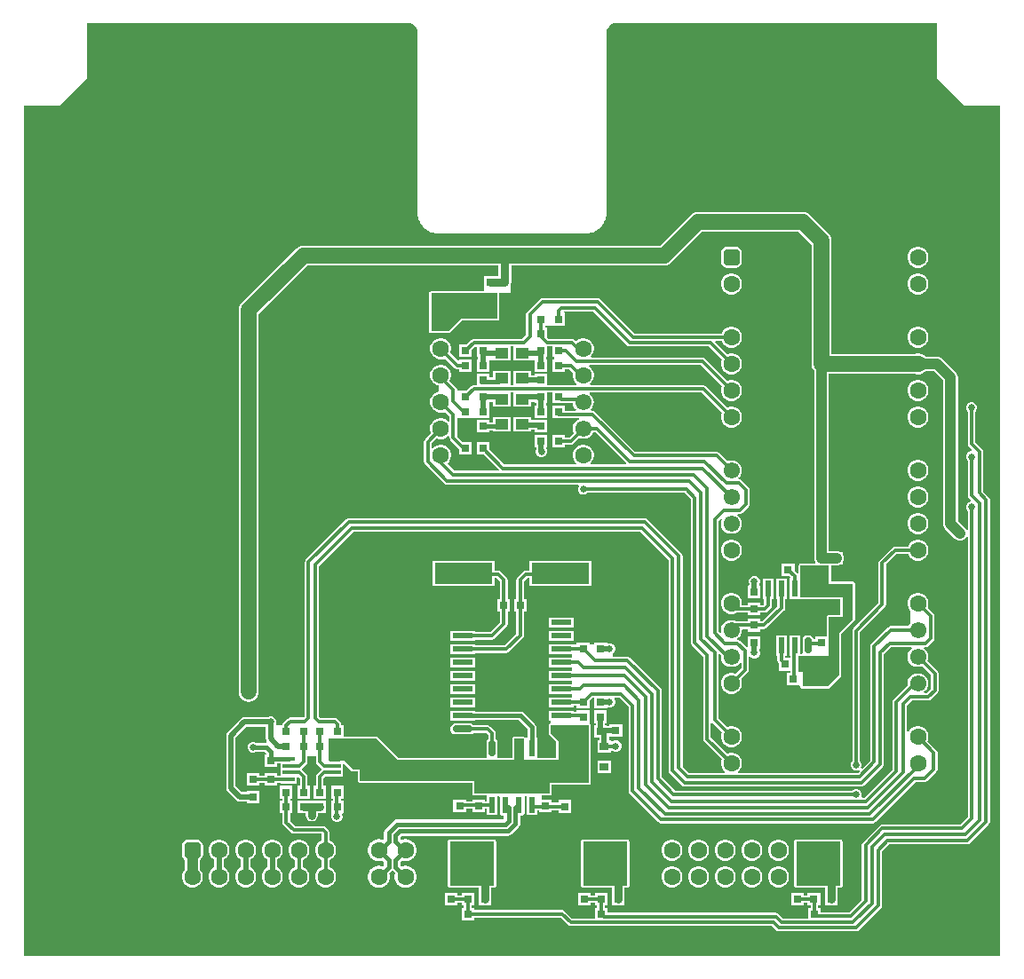
<source format=gbl>
G04*
G04 #@! TF.GenerationSoftware,Altium Limited,Altium Designer,22.1.2 (22)*
G04*
G04 Layer_Physical_Order=2*
G04 Layer_Color=16711680*
%FSAX44Y44*%
%MOMM*%
G71*
G04*
G04 #@! TF.SameCoordinates,84EC4855-0AA3-41C5-BBCE-46EE62212C49*
G04*
G04*
G04 #@! TF.FilePolarity,Positive*
G04*
G01*
G75*
%ADD15R,0.8000X0.8000*%
%ADD16R,0.8000X0.8000*%
%ADD17R,0.9500X0.8000*%
%ADD20C,1.6000*%
G04:AMPARAMS|DCode=21|XSize=1.6mm|YSize=1.6mm|CornerRadius=0.4mm|HoleSize=0mm|Usage=FLASHONLY|Rotation=0.000|XOffset=0mm|YOffset=0mm|HoleType=Round|Shape=RoundedRectangle|*
%AMROUNDEDRECTD21*
21,1,1.6000,0.8000,0,0,0.0*
21,1,0.8000,1.6000,0,0,0.0*
1,1,0.8000,0.4000,-0.4000*
1,1,0.8000,-0.4000,-0.4000*
1,1,0.8000,-0.4000,0.4000*
1,1,0.8000,0.4000,0.4000*
%
%ADD21ROUNDEDRECTD21*%
%ADD22O,3.8000X2.9000*%
%ADD23O,1.6000X1.5000*%
%ADD24C,0.3000*%
%ADD25C,1.5000*%
%ADD26C,1.0000*%
%ADD27C,0.5000*%
%ADD28C,0.8000*%
%ADD29C,0.4000*%
%ADD30C,0.6500*%
%ADD31R,1.1500X0.4500*%
G04:AMPARAMS|DCode=32|XSize=1.15mm|YSize=0.45mm|CornerRadius=0.1125mm|HoleSize=0mm|Usage=FLASHONLY|Rotation=180.000|XOffset=0mm|YOffset=0mm|HoleType=Round|Shape=RoundedRectangle|*
%AMROUNDEDRECTD32*
21,1,1.1500,0.2250,0,0,180.0*
21,1,0.9250,0.4500,0,0,180.0*
1,1,0.2250,-0.4625,0.1125*
1,1,0.2250,0.4625,0.1125*
1,1,0.2250,0.4625,-0.1125*
1,1,0.2250,-0.4625,-0.1125*
%
%ADD32ROUNDEDRECTD32*%
%ADD33R,1.4000X0.8000*%
%ADD34R,0.6000X1.5500*%
G04:AMPARAMS|DCode=35|XSize=1.55mm|YSize=0.6mm|CornerRadius=0.15mm|HoleSize=0mm|Usage=FLASHONLY|Rotation=270.000|XOffset=0mm|YOffset=0mm|HoleType=Round|Shape=RoundedRectangle|*
%AMROUNDEDRECTD35*
21,1,1.5500,0.3000,0,0,270.0*
21,1,1.2500,0.6000,0,0,270.0*
1,1,0.3000,-0.1500,-0.6250*
1,1,0.3000,-0.1500,0.6250*
1,1,0.3000,0.1500,0.6250*
1,1,0.3000,0.1500,-0.6250*
%
%ADD35ROUNDEDRECTD35*%
%ADD36R,5.5000X2.0000*%
%ADD37R,1.9000X0.6000*%
G04:AMPARAMS|DCode=38|XSize=1.9mm|YSize=0.6mm|CornerRadius=0.15mm|HoleSize=0mm|Usage=FLASHONLY|Rotation=0.000|XOffset=0mm|YOffset=0mm|HoleType=Round|Shape=RoundedRectangle|*
%AMROUNDEDRECTD38*
21,1,1.9000,0.3000,0,0,0.0*
21,1,1.6000,0.6000,0,0,0.0*
1,1,0.3000,0.8000,-0.1500*
1,1,0.3000,-0.8000,-0.1500*
1,1,0.3000,-0.8000,0.1500*
1,1,0.3000,0.8000,0.1500*
%
%ADD38ROUNDEDRECTD38*%
%ADD39R,1.3000X1.0000*%
%ADD40C,0.4500*%
%ADD41C,0.7500*%
G36*
X00370000Y00894902D02*
X00370975D01*
X00372888Y00894522D01*
X00374690Y00893775D01*
X00376312Y00892691D01*
X00377691Y00891312D01*
X00378775Y00889690D01*
X00379522Y00887888D01*
X00379902Y00885975D01*
X00379902Y00885000D01*
Y00714000D01*
X00379927Y00713876D01*
X00379908Y00713750D01*
X00379981Y00712280D01*
X00380072Y00711913D01*
Y00711535D01*
X00380646Y00708651D01*
X00380838Y00708187D01*
X00380936Y00707695D01*
X00382061Y00704978D01*
X00382340Y00704561D01*
X00382533Y00704097D01*
X00384166Y00701652D01*
X00384521Y00701297D01*
X00384800Y00700879D01*
X00386879Y00698800D01*
X00387297Y00698521D01*
X00387652Y00698166D01*
X00390097Y00696533D01*
X00390561Y00696340D01*
X00390978Y00696061D01*
X00393695Y00694936D01*
X00394187Y00694838D01*
X00394651Y00694646D01*
X00397535Y00694072D01*
X00397913D01*
X00398280Y00693981D01*
X00399750Y00693908D01*
X00399875Y00693927D01*
X00400000Y00693902D01*
X00540000Y00693902D01*
X00540125Y00693927D01*
X00540250Y00693908D01*
X00541720Y00693980D01*
X00542087Y00694072D01*
X00542465D01*
X00545349Y00694646D01*
X00545813Y00694838D01*
X00546305Y00694936D01*
X00549022Y00696061D01*
X00549439Y00696340D01*
X00549903Y00696533D01*
X00552348Y00698166D01*
X00552703Y00698521D01*
X00553121Y00698800D01*
X00555200Y00700879D01*
X00555479Y00701297D01*
X00555834Y00701652D01*
X00557467Y00704097D01*
X00557660Y00704561D01*
X00557939Y00704978D01*
X00559064Y00707695D01*
X00559162Y00708187D01*
X00559354Y00708651D01*
X00559928Y00711535D01*
Y00711913D01*
X00560019Y00712280D01*
X00560092Y00713750D01*
X00560073Y00713875D01*
X00560098Y00714000D01*
X00560098Y00885000D01*
Y00885975D01*
X00560478Y00887888D01*
X00561225Y00889690D01*
X00562309Y00891312D01*
X00563688Y00892691D01*
X00565309Y00893775D01*
X00567112Y00894522D01*
X00569025Y00894902D01*
X00570000Y00894902D01*
X00874902Y00894902D01*
Y00844000D01*
X00875290Y00842049D01*
X00876395Y00840395D01*
X00899395Y00817395D01*
X00901049Y00816290D01*
X00903000Y00815902D01*
X00934902D01*
X00934902Y00005098D01*
X00005098Y00005098D01*
X00005098Y00815902D01*
X00037000Y00815902D01*
X00038951Y00816290D01*
X00040605Y00817395D01*
X00063605Y00840395D01*
X00064710Y00842049D01*
X00065098Y00844000D01*
Y00894902D01*
X00370000Y00894902D01*
D02*
G37*
%LPC*%
G36*
X00858216Y00681300D02*
X00855583D01*
X00853040Y00680619D01*
X00850760Y00679302D01*
X00848898Y00677440D01*
X00847581Y00675160D01*
X00846900Y00672617D01*
Y00669984D01*
X00847581Y00667440D01*
X00848898Y00665160D01*
X00850760Y00663298D01*
X00853040Y00661982D01*
X00855583Y00661300D01*
X00858216D01*
X00860760Y00661982D01*
X00863040Y00663298D01*
X00864902Y00665160D01*
X00866218Y00667440D01*
X00866900Y00669984D01*
Y00672617D01*
X00866218Y00675160D01*
X00864902Y00677440D01*
X00863040Y00679302D01*
X00860760Y00680619D01*
X00858216Y00681300D01*
D02*
G37*
G36*
X00683100Y00681418D02*
X00675100D01*
X00672759Y00680952D01*
X00670774Y00679626D01*
X00669448Y00677641D01*
X00668982Y00675300D01*
Y00667300D01*
X00669448Y00664959D01*
X00670774Y00662974D01*
X00672759Y00661648D01*
X00675100Y00661182D01*
X00683100D01*
X00685441Y00661648D01*
X00687426Y00662974D01*
X00688752Y00664959D01*
X00689218Y00667300D01*
Y00675300D01*
X00688752Y00677641D01*
X00687426Y00679626D01*
X00685441Y00680952D01*
X00683100Y00681418D01*
D02*
G37*
G36*
X00680417Y00655900D02*
X00677784D01*
X00675240Y00655219D01*
X00672960Y00653902D01*
X00671098Y00652040D01*
X00669781Y00649760D01*
X00669100Y00647217D01*
Y00644584D01*
X00669781Y00642040D01*
X00671098Y00639760D01*
X00672960Y00637898D01*
X00675240Y00636582D01*
X00677784Y00635900D01*
X00680417D01*
X00682960Y00636582D01*
X00685240Y00637898D01*
X00687102Y00639760D01*
X00688419Y00642040D01*
X00689100Y00644584D01*
Y00647217D01*
X00688419Y00649760D01*
X00687102Y00652040D01*
X00685240Y00653902D01*
X00682960Y00655219D01*
X00680417Y00655900D01*
D02*
G37*
G36*
X00858216Y00655900D02*
X00855583D01*
X00853040Y00655219D01*
X00850760Y00653902D01*
X00848898Y00652040D01*
X00847581Y00649760D01*
X00846900Y00647217D01*
Y00644584D01*
X00847581Y00642040D01*
X00848898Y00639760D01*
X00850760Y00637898D01*
X00853040Y00636581D01*
X00855583Y00635900D01*
X00858216D01*
X00860760Y00636581D01*
X00863040Y00637898D01*
X00864902Y00639760D01*
X00866218Y00642040D01*
X00866900Y00644584D01*
Y00647217D01*
X00866218Y00649760D01*
X00864902Y00652040D01*
X00863040Y00653902D01*
X00860760Y00655219D01*
X00858216Y00655900D01*
D02*
G37*
G36*
X00858217Y00605100D02*
X00855583D01*
X00853040Y00604419D01*
X00850760Y00603102D01*
X00848898Y00601240D01*
X00847581Y00598960D01*
X00846900Y00596417D01*
Y00593783D01*
X00847581Y00591240D01*
X00848898Y00588960D01*
X00850760Y00587098D01*
X00853040Y00585782D01*
X00855583Y00585100D01*
X00858217D01*
X00860760Y00585782D01*
X00863040Y00587098D01*
X00864902Y00588960D01*
X00866218Y00591240D01*
X00866900Y00593783D01*
Y00596417D01*
X00866218Y00598960D01*
X00864902Y00601240D01*
X00863040Y00603102D01*
X00860760Y00604419D01*
X00858217Y00605100D01*
D02*
G37*
G36*
X00552000Y00632569D02*
X00499000D01*
X00497634Y00632297D01*
X00496477Y00631523D01*
X00484477Y00619523D01*
X00483703Y00618366D01*
X00483431Y00617000D01*
Y00597478D01*
X00479522Y00593569D01*
X00433750D01*
X00432384Y00593297D01*
X00431227Y00592523D01*
X00426703Y00588000D01*
X00419750D01*
Y00576000D01*
X00431750D01*
Y00582953D01*
X00434980Y00586183D01*
X00436250Y00585832D01*
Y00576000D01*
X00437662D01*
Y00574000D01*
X00436250D01*
Y00562000D01*
X00448250D01*
Y00573000D01*
X00453000D01*
Y00573000D01*
X00468500D01*
Y00586431D01*
X00471500D01*
Y00573000D01*
X00488000D01*
Y00573000D01*
X00491750D01*
Y00562000D01*
X00503750D01*
Y00574000D01*
X00502338D01*
Y00576000D01*
X00503750D01*
Y00586431D01*
X00503750Y00586431D01*
X00508250D01*
Y00576000D01*
X00510000D01*
Y00574000D01*
X00508250D01*
Y00562000D01*
X00520250D01*
Y00564431D01*
X00524522D01*
X00528198Y00560755D01*
X00528000Y00560017D01*
Y00557383D01*
X00528681Y00554840D01*
X00529998Y00552560D01*
X00531719Y00550839D01*
X00531521Y00549569D01*
X00503750D01*
Y00560000D01*
X00491750D01*
Y00558588D01*
X00488500D01*
Y00563000D01*
X00471500D01*
Y00549569D01*
X00468500D01*
Y00563000D01*
X00451500D01*
Y00557078D01*
X00448250D01*
Y00560000D01*
X00436250D01*
Y00549569D01*
X00433750D01*
X00432384Y00549297D01*
X00431227Y00548523D01*
X00426703Y00544000D01*
X00417569D01*
Y00545000D01*
X00417297Y00546366D01*
X00416523Y00547523D01*
X00410546Y00553501D01*
X00411319Y00554840D01*
X00412000Y00557383D01*
Y00560017D01*
X00411319Y00562560D01*
X00410002Y00564840D01*
X00408140Y00566702D01*
X00405860Y00568018D01*
X00403316Y00568700D01*
X00400684D01*
X00398140Y00568018D01*
X00395860Y00566702D01*
X00393998Y00564840D01*
X00392682Y00562560D01*
X00392000Y00560017D01*
Y00557383D01*
X00392682Y00554840D01*
X00393998Y00552560D01*
X00395860Y00550698D01*
X00398140Y00549381D01*
X00400000Y00548883D01*
Y00543117D01*
X00398140Y00542618D01*
X00395860Y00541302D01*
X00393998Y00539440D01*
X00392682Y00537160D01*
X00392000Y00534617D01*
Y00531983D01*
X00392682Y00529440D01*
X00393998Y00527160D01*
X00395860Y00525298D01*
X00398140Y00523982D01*
X00400684Y00523300D01*
X00403316D01*
X00405860Y00523982D01*
X00406121Y00524132D01*
X00410431Y00519822D01*
Y00515407D01*
X00409161Y00514881D01*
X00408140Y00515902D01*
X00405860Y00517219D01*
X00403316Y00517900D01*
X00400684D01*
X00398140Y00517219D01*
X00395860Y00515902D01*
X00393998Y00514040D01*
X00392682Y00511760D01*
X00392000Y00509216D01*
Y00506584D01*
X00392682Y00504040D01*
X00392832Y00503779D01*
X00387010Y00497957D01*
X00386236Y00496799D01*
X00385965Y00495433D01*
Y00476467D01*
X00386236Y00475101D01*
X00387010Y00473943D01*
X00405477Y00455477D01*
X00406634Y00454703D01*
X00408000Y00454431D01*
X00533347D01*
X00533834Y00453258D01*
X00533549Y00452974D01*
X00532750Y00451044D01*
Y00448956D01*
X00533549Y00447026D01*
X00535026Y00445549D01*
X00536956Y00444750D01*
X00539044D01*
X00540974Y00445549D01*
X00541856Y00446431D01*
X00634522D01*
X00640431Y00440522D01*
Y00304000D01*
X00640703Y00302634D01*
X00641477Y00301477D01*
X00652431Y00290522D01*
Y00211800D01*
X00652703Y00210434D01*
X00653477Y00209277D01*
X00669932Y00192821D01*
X00669781Y00192560D01*
X00669100Y00190017D01*
Y00187383D01*
X00669781Y00184840D01*
X00671098Y00182560D01*
X00672819Y00180839D01*
X00672621Y00179569D01*
X00638478D01*
X00632569Y00185478D01*
Y00386485D01*
X00632297Y00387851D01*
X00631523Y00389009D01*
X00599009Y00421523D01*
X00597851Y00422297D01*
X00596485Y00422569D01*
X00314515D01*
X00313149Y00422297D01*
X00311991Y00421523D01*
X00273477Y00383009D01*
X00272703Y00381851D01*
X00272431Y00380485D01*
Y00233478D01*
X00271147Y00232194D01*
X00258625D01*
X00257259Y00231922D01*
X00256102Y00231148D01*
X00252227Y00227273D01*
X00251453Y00226116D01*
X00251231Y00225000D01*
X00248750D01*
Y00225000D01*
X00245815D01*
X00244959Y00226253D01*
X00245250Y00226956D01*
Y00229044D01*
X00244451Y00230974D01*
X00242974Y00232451D01*
X00241044Y00233250D01*
X00238956D01*
X00237358Y00232588D01*
X00215000D01*
X00213244Y00232239D01*
X00211756Y00231244D01*
X00198756Y00218244D01*
X00197761Y00216756D01*
X00197412Y00215000D01*
Y00165000D01*
X00197761Y00163244D01*
X00198756Y00161756D01*
X00207006Y00153506D01*
X00208494Y00152511D01*
X00210250Y00152162D01*
X00217000D01*
Y00150750D01*
X00229000D01*
Y00162750D01*
X00217000D01*
Y00161338D01*
X00212150D01*
X00206588Y00166901D01*
Y00213099D01*
X00216901Y00223412D01*
X00235412D01*
Y00212000D01*
X00235761Y00210244D01*
X00236211Y00209571D01*
X00236175Y00209360D01*
X00235511Y00208333D01*
X00226091D01*
X00225974Y00208451D01*
X00224044Y00209250D01*
X00221956D01*
X00220026Y00208451D01*
X00218549Y00206974D01*
X00217750Y00205044D01*
Y00202956D01*
X00218549Y00201026D01*
X00220026Y00199549D01*
X00221956Y00198750D01*
X00224044D01*
X00225974Y00199549D01*
X00226091Y00199667D01*
X00234205D01*
X00235602Y00198270D01*
X00235157Y00197000D01*
X00234250D01*
Y00185000D01*
X00246250D01*
Y00188417D01*
X00249500D01*
Y00176819D01*
X00246000D01*
Y00179250D01*
X00234000D01*
Y00176819D01*
X00229000D01*
Y00179250D01*
X00217000D01*
Y00167250D01*
X00229000D01*
Y00169681D01*
X00234000D01*
Y00167250D01*
X00246000D01*
Y00169681D01*
X00249500D01*
Y00169000D01*
X00265000D01*
Y00175157D01*
X00265796Y00175615D01*
X00266270Y00175683D01*
X00267681Y00174272D01*
Y00167000D01*
X00265250D01*
Y00155000D01*
X00277250D01*
Y00167000D01*
X00274819D01*
Y00175750D01*
X00274547Y00177116D01*
X00273773Y00178273D01*
X00269818Y00182229D01*
X00269636Y00182470D01*
Y00183530D01*
X00269818Y00183771D01*
X00273773Y00187727D01*
X00274547Y00188884D01*
X00274819Y00190250D01*
Y00195000D01*
X00283181D01*
Y00190250D01*
X00283453Y00188884D01*
X00284227Y00187727D01*
X00288182Y00183771D01*
X00288364Y00183530D01*
Y00182470D01*
X00288182Y00182229D01*
X00284227Y00178273D01*
X00283453Y00177116D01*
X00283181Y00175750D01*
Y00167000D01*
X00280750D01*
Y00155000D01*
X00292750D01*
Y00167000D01*
X00290319D01*
Y00174272D01*
X00291730Y00175683D01*
X00293000Y00175500D01*
Y00175500D01*
X00308500D01*
Y00187820D01*
X00309770Y00188346D01*
X00312000Y00186116D01*
Y00185250D01*
X00312866D01*
X00316558Y00181558D01*
X00316558Y00181558D01*
X00317220Y00181116D01*
X00318000Y00180961D01*
X00322961D01*
Y00172000D01*
X00323116Y00171220D01*
X00323558Y00170558D01*
X00324220Y00170116D01*
X00325000Y00169961D01*
X00431961D01*
Y00160000D01*
X00432000Y00159804D01*
Y00158250D01*
X00433019D01*
X00433220Y00158116D01*
X00434000Y00157961D01*
X00445950D01*
Y00152569D01*
X00444000D01*
Y00153750D01*
X00432000D01*
Y00152569D01*
X00426000D01*
Y00153750D01*
X00414000D01*
Y00141750D01*
X00426000D01*
Y00145431D01*
X00432000D01*
Y00141750D01*
X00444000D01*
Y00145431D01*
X00445950D01*
Y00139250D01*
X00455950D01*
Y00157707D01*
X00457220Y00157825D01*
X00458153Y00156750D01*
Y00141250D01*
X00458343Y00140294D01*
X00458650Y00139835D01*
Y00139250D01*
X00459235D01*
X00459694Y00138943D01*
X00460650Y00138753D01*
X00462214D01*
Y00135821D01*
X00461429Y00135036D01*
X00360308D01*
X00360066Y00134988D01*
X00359820D01*
X00359040Y00134833D01*
X00358140Y00134460D01*
X00357478Y00134018D01*
X00357304Y00133844D01*
X00357100Y00133708D01*
X00349292Y00125900D01*
X00349156Y00125696D01*
X00348982Y00125522D01*
X00348540Y00124860D01*
X00348167Y00123960D01*
X00348012Y00123180D01*
Y00122934D01*
X00347964Y00122692D01*
Y00116304D01*
X00346867Y00115460D01*
X00346044Y00115801D01*
X00345724Y00115865D01*
X00345414Y00115970D01*
X00343326Y00116245D01*
X00343000Y00116223D01*
X00342674Y00116245D01*
X00340586Y00115970D01*
X00340276Y00115865D01*
X00339956Y00115801D01*
X00338010Y00114995D01*
X00337738Y00114814D01*
X00337445Y00114669D01*
X00335774Y00113387D01*
X00335559Y00113141D01*
X00335313Y00112926D01*
X00334031Y00111255D01*
X00333886Y00110962D01*
X00333705Y00110690D01*
X00332899Y00108744D01*
X00332835Y00108424D01*
X00332730Y00108114D01*
X00332455Y00106026D01*
X00332477Y00105700D01*
X00332455Y00105374D01*
X00332730Y00103286D01*
X00332835Y00102976D01*
X00332899Y00102656D01*
X00333705Y00100710D01*
X00333886Y00100438D01*
X00334031Y00100145D01*
X00335313Y00098474D01*
X00335559Y00098259D01*
X00335774Y00098013D01*
X00337445Y00096731D01*
X00337738Y00096586D01*
X00338010Y00096405D01*
X00339956Y00095599D01*
X00340276Y00095535D01*
X00340586Y00095430D01*
X00342674Y00095155D01*
X00343000Y00095177D01*
X00343326Y00095155D01*
X00345414Y00095430D01*
X00345724Y00095535D01*
X00346044Y00095599D01*
X00346498Y00095787D01*
X00347914Y00094371D01*
Y00091629D01*
X00346498Y00090213D01*
X00346044Y00090401D01*
X00345724Y00090465D01*
X00345414Y00090570D01*
X00343326Y00090845D01*
X00343000Y00090823D01*
X00342674Y00090845D01*
X00340586Y00090570D01*
X00340276Y00090465D01*
X00339956Y00090401D01*
X00338010Y00089595D01*
X00337738Y00089414D01*
X00337445Y00089269D01*
X00335774Y00087987D01*
X00335559Y00087741D01*
X00335313Y00087526D01*
X00334031Y00085855D01*
X00333886Y00085562D01*
X00333705Y00085290D01*
X00332899Y00083344D01*
X00332835Y00083024D01*
X00332730Y00082714D01*
X00332455Y00080626D01*
X00332477Y00080300D01*
X00332455Y00079974D01*
X00332730Y00077886D01*
X00332835Y00077576D01*
X00332899Y00077256D01*
X00333705Y00075310D01*
X00333886Y00075038D01*
X00334031Y00074745D01*
X00335313Y00073074D01*
X00335559Y00072859D01*
X00335774Y00072613D01*
X00337445Y00071331D01*
X00337738Y00071186D01*
X00338010Y00071005D01*
X00339956Y00070199D01*
X00340276Y00070135D01*
X00340586Y00070030D01*
X00342674Y00069755D01*
X00343000Y00069777D01*
X00343326Y00069755D01*
X00345414Y00070030D01*
X00345724Y00070135D01*
X00346044Y00070199D01*
X00347990Y00071005D01*
X00348262Y00071186D01*
X00348555Y00071331D01*
X00350226Y00072613D01*
X00350441Y00072859D01*
X00350687Y00073074D01*
X00351969Y00074745D01*
X00352114Y00075038D01*
X00352295Y00075310D01*
X00353101Y00077256D01*
X00353165Y00077576D01*
X00353270Y00077886D01*
X00353545Y00079974D01*
X00353523Y00080300D01*
X00353545Y00080626D01*
X00353270Y00082714D01*
X00353165Y00083024D01*
X00353101Y00083344D01*
X00352913Y00083798D01*
X00354846Y00085730D01*
X00355700Y00086504D01*
X00356554Y00085730D01*
X00358487Y00083798D01*
X00358299Y00083344D01*
X00358235Y00083024D01*
X00358130Y00082714D01*
X00357855Y00080626D01*
X00357877Y00080300D01*
X00357855Y00079974D01*
X00358130Y00077886D01*
X00358235Y00077576D01*
X00358299Y00077256D01*
X00359105Y00075310D01*
X00359286Y00075038D01*
X00359431Y00074745D01*
X00360713Y00073074D01*
X00360959Y00072859D01*
X00361174Y00072613D01*
X00362845Y00071331D01*
X00363138Y00071186D01*
X00363410Y00071005D01*
X00365356Y00070199D01*
X00365676Y00070135D01*
X00365986Y00070030D01*
X00368074Y00069755D01*
X00368400Y00069777D01*
X00368726Y00069755D01*
X00370814Y00070030D01*
X00371124Y00070135D01*
X00371444Y00070199D01*
X00373390Y00071005D01*
X00373662Y00071186D01*
X00373955Y00071331D01*
X00375626Y00072613D01*
X00375841Y00072859D01*
X00376087Y00073074D01*
X00377369Y00074745D01*
X00377514Y00075038D01*
X00377695Y00075310D01*
X00378501Y00077256D01*
X00378565Y00077576D01*
X00378670Y00077886D01*
X00378945Y00079974D01*
X00378923Y00080300D01*
X00378945Y00080626D01*
X00378670Y00082714D01*
X00378565Y00083024D01*
X00378501Y00083344D01*
X00377695Y00085290D01*
X00377514Y00085562D01*
X00377369Y00085855D01*
X00376087Y00087526D01*
X00375841Y00087741D01*
X00375626Y00087987D01*
X00373955Y00089269D01*
X00373662Y00089414D01*
X00373390Y00089595D01*
X00371444Y00090401D01*
X00371124Y00090465D01*
X00370814Y00090570D01*
X00368726Y00090845D01*
X00368400Y00090823D01*
X00368074Y00090845D01*
X00365986Y00090570D01*
X00365676Y00090465D01*
X00365356Y00090401D01*
X00364902Y00090213D01*
X00363486Y00091629D01*
Y00094371D01*
X00364902Y00095787D01*
X00365356Y00095599D01*
X00365676Y00095535D01*
X00365986Y00095430D01*
X00368074Y00095155D01*
X00368400Y00095177D01*
X00368726Y00095155D01*
X00370814Y00095430D01*
X00371124Y00095535D01*
X00371444Y00095599D01*
X00373390Y00096405D01*
X00373662Y00096587D01*
X00373955Y00096731D01*
X00375626Y00098013D01*
X00375841Y00098259D01*
X00376087Y00098474D01*
X00377369Y00100145D01*
X00377514Y00100438D01*
X00377695Y00100710D01*
X00378501Y00102656D01*
X00378565Y00102976D01*
X00378670Y00103286D01*
X00378945Y00105374D01*
X00378923Y00105700D01*
X00378945Y00106026D01*
X00378670Y00108114D01*
X00378565Y00108424D01*
X00378501Y00108744D01*
X00377695Y00110690D01*
X00377514Y00110962D01*
X00377369Y00111255D01*
X00376087Y00112926D01*
X00375841Y00113141D01*
X00375626Y00113387D01*
X00373955Y00114669D01*
X00373662Y00114814D01*
X00373390Y00114995D01*
X00371444Y00115801D01*
X00371124Y00115865D01*
X00370814Y00115970D01*
X00368726Y00116245D01*
X00368400Y00116223D01*
X00368074Y00116245D01*
X00365986Y00115970D01*
X00365676Y00115865D01*
X00365356Y00115801D01*
X00364654Y00115510D01*
X00363536Y00116362D01*
Y00118121D01*
X00364879Y00119464D01*
X00466000D01*
X00466241Y00119512D01*
X00466487D01*
X00467267Y00119667D01*
X00468168Y00120040D01*
X00468829Y00120482D01*
X00469003Y00120656D01*
X00469208Y00120792D01*
X00476457Y00128042D01*
X00476594Y00128246D01*
X00476768Y00128420D01*
X00477210Y00129082D01*
X00477455Y00129673D01*
X00477583Y00129982D01*
X00477738Y00130763D01*
Y00131009D01*
X00477786Y00131250D01*
Y00138753D01*
X00479350D01*
X00480305Y00138943D01*
X00480765Y00139250D01*
X00481350D01*
Y00139835D01*
X00481657Y00140294D01*
X00481847Y00141250D01*
Y00156750D01*
X00482780Y00157825D01*
X00484050Y00157707D01*
Y00139250D01*
X00494050D01*
Y00143932D01*
X00496000D01*
Y00141750D01*
X00508000D01*
Y00143932D01*
X00514000D01*
Y00141500D01*
X00526000D01*
Y00153500D01*
X00514000D01*
Y00151069D01*
X00508000D01*
Y00153750D01*
X00498000D01*
Y00157961D01*
X00506000D01*
X00506780Y00158116D01*
X00506981Y00158250D01*
X00508000D01*
Y00159802D01*
X00508039Y00160000D01*
Y00167961D01*
X00543000D01*
X00543780Y00168116D01*
X00544442Y00168558D01*
X00544884Y00169220D01*
X00545039Y00170000D01*
Y00225000D01*
X00544884Y00225780D01*
X00544442Y00226442D01*
X00543750Y00227000D01*
Y00239000D01*
X00531750D01*
Y00237469D01*
X00528500D01*
Y00238900D01*
X00505500D01*
Y00228900D01*
X00507000D01*
Y00227039D01*
X00506220Y00226884D01*
X00505558Y00226442D01*
X00505116Y00225780D01*
X00504961Y00225000D01*
Y00217000D01*
X00505116Y00216220D01*
X00505558Y00215558D01*
X00511961Y00209155D01*
Y00194039D01*
X00494050D01*
Y00212750D01*
X00493128D01*
Y00222950D01*
X00493128Y00222950D01*
X00492818Y00224511D01*
X00491934Y00225834D01*
X00491934Y00225834D01*
X00480984Y00236784D01*
X00479661Y00237668D01*
X00478100Y00237978D01*
X00478100Y00237978D01*
X00434500D01*
Y00238900D01*
X00411500D01*
Y00228900D01*
X00434500D01*
Y00229822D01*
X00476411D01*
X00484972Y00221261D01*
Y00213590D01*
X00483702Y00212783D01*
X00482827Y00212865D01*
X00482442Y00213442D01*
X00481780Y00213884D01*
X00481000Y00214039D01*
X00472000D01*
X00471220Y00213884D01*
X00470558Y00213442D01*
X00470116Y00212780D01*
X00469961Y00212000D01*
Y00194039D01*
X00456375D01*
X00455697Y00195309D01*
X00455747Y00195384D01*
X00456018Y00196750D01*
Y00209250D01*
X00455747Y00210616D01*
X00454973Y00211773D01*
X00454518Y00212077D01*
Y00217050D01*
X00454247Y00218416D01*
X00453473Y00219573D01*
X00449323Y00223723D01*
X00448166Y00224497D01*
X00446800Y00224769D01*
X00433827D01*
X00433523Y00225223D01*
X00432365Y00225997D01*
X00431000Y00226269D01*
X00415000D01*
X00413634Y00225997D01*
X00412477Y00225223D01*
X00411703Y00224066D01*
X00411431Y00222700D01*
Y00219700D01*
X00411703Y00218334D01*
X00412477Y00217177D01*
X00413634Y00216403D01*
X00415000Y00216131D01*
X00431000D01*
X00432365Y00216403D01*
X00433523Y00217177D01*
X00433827Y00217631D01*
X00445322D01*
X00447381Y00215572D01*
Y00212077D01*
X00446926Y00211773D01*
X00446153Y00210616D01*
X00445881Y00209250D01*
Y00196750D01*
X00446153Y00195384D01*
X00446203Y00195309D01*
X00445524Y00194039D01*
X00361845D01*
X00342442Y00213442D01*
X00341780Y00213884D01*
X00341000Y00214039D01*
X00309250D01*
Y00225000D01*
X00306819D01*
Y00225750D01*
X00306547Y00227116D01*
X00305773Y00228273D01*
X00303398Y00230648D01*
X00302241Y00231422D01*
X00300875Y00231694D01*
X00287353D01*
X00285569Y00233478D01*
Y00376522D01*
X00318478Y00409431D01*
X00592522D01*
X00619431Y00382522D01*
Y00181515D01*
X00619703Y00180149D01*
X00620477Y00178991D01*
X00631991Y00167477D01*
X00633149Y00166703D01*
X00634515Y00166431D01*
X00803000D01*
X00804366Y00166703D01*
X00805523Y00167477D01*
X00823523Y00185477D01*
X00824297Y00186634D01*
X00824569Y00188000D01*
Y00292522D01*
X00831478Y00299431D01*
X00850609D01*
X00851040Y00298161D01*
X00849625Y00297076D01*
X00848102Y00295091D01*
X00847145Y00292780D01*
X00846818Y00290300D01*
X00847145Y00287820D01*
X00848102Y00285509D01*
X00849625Y00283525D01*
X00851609Y00282002D01*
X00853920Y00281045D01*
X00856400Y00280718D01*
X00857400D01*
X00859880Y00281045D01*
X00860749Y00281404D01*
X00869431Y00272722D01*
Y00259478D01*
X00865522Y00255569D01*
X00862868D01*
X00862499Y00256839D01*
X00864175Y00258125D01*
X00865698Y00260109D01*
X00866656Y00262420D01*
X00866982Y00264900D01*
X00866656Y00267380D01*
X00865698Y00269691D01*
X00864175Y00271675D01*
X00862191Y00273198D01*
X00859880Y00274156D01*
X00857400Y00274482D01*
X00856400D01*
X00853920Y00274156D01*
X00851609Y00273198D01*
X00849625Y00271675D01*
X00848102Y00269691D01*
X00847145Y00267380D01*
X00846818Y00264900D01*
X00847055Y00263102D01*
X00833477Y00249523D01*
X00832703Y00248366D01*
X00832431Y00247000D01*
Y00182478D01*
X00805522Y00155569D01*
X00803636D01*
X00802787Y00156839D01*
X00803250Y00157956D01*
Y00160044D01*
X00802451Y00161974D01*
X00800974Y00163451D01*
X00799044Y00164250D01*
X00796956D01*
X00795026Y00163451D01*
X00794144Y00162569D01*
X00625478D01*
X00612569Y00175478D01*
Y00258000D01*
X00612297Y00259366D01*
X00611523Y00260523D01*
X00582523Y00289523D01*
X00581366Y00290297D01*
X00580000Y00290569D01*
X00566000D01*
Y00293575D01*
X00567451Y00295026D01*
X00568250Y00296956D01*
Y00299044D01*
X00567451Y00300974D01*
X00565974Y00302451D01*
X00564044Y00303250D01*
X00561956D01*
X00561520Y00303069D01*
X00560250Y00303918D01*
Y00304000D01*
X00548250D01*
Y00302000D01*
X00543750D01*
Y00304000D01*
X00531750D01*
Y00302000D01*
X00528500D01*
Y00302400D01*
X00505500D01*
Y00292400D01*
X00527000D01*
Y00289700D01*
X00505500D01*
Y00279700D01*
X00527000D01*
Y00277000D01*
X00505500D01*
Y00267000D01*
X00527000D01*
Y00264300D01*
X00505500D01*
Y00254300D01*
X00527000D01*
Y00251600D01*
X00505500D01*
Y00241600D01*
X00528500D01*
Y00243431D01*
X00531750D01*
Y00241000D01*
X00543750D01*
Y00247953D01*
X00546797Y00251000D01*
X00548250D01*
Y00241000D01*
X00560250D01*
Y00241082D01*
X00561520Y00241931D01*
X00561956Y00241750D01*
X00564044D01*
X00565974Y00242549D01*
X00567451Y00244026D01*
X00568250Y00245956D01*
Y00248044D01*
X00567451Y00249974D01*
X00567263Y00250161D01*
X00567789Y00251431D01*
X00572522D01*
X00581431Y00242522D01*
Y00162000D01*
X00581703Y00160634D01*
X00582477Y00159477D01*
X00609477Y00132477D01*
X00610634Y00131703D01*
X00612000Y00131431D01*
X00814000D01*
X00815366Y00131703D01*
X00816523Y00132477D01*
X00854478Y00170431D01*
X00863000D01*
X00864366Y00170703D01*
X00865523Y00171477D01*
X00874523Y00180477D01*
X00875297Y00181634D01*
X00875569Y00183000D01*
Y00199000D01*
X00875297Y00200366D01*
X00874523Y00201523D01*
X00866068Y00209979D01*
X00866218Y00210240D01*
X00866900Y00212784D01*
Y00215417D01*
X00866218Y00217960D01*
X00864902Y00220240D01*
X00863040Y00222102D01*
X00860760Y00223419D01*
X00858216Y00224100D01*
X00855583D01*
X00853040Y00223419D01*
X00850760Y00222102D01*
X00848898Y00220240D01*
X00847839Y00218405D01*
X00846569Y00218745D01*
Y00243522D01*
X00851478Y00248431D01*
X00867000D01*
X00868366Y00248703D01*
X00869523Y00249477D01*
X00875523Y00255477D01*
X00876297Y00256634D01*
X00876569Y00258000D01*
Y00274200D01*
X00876297Y00275566D01*
X00875523Y00276723D01*
X00866003Y00286244D01*
X00866656Y00287820D01*
X00866982Y00290300D01*
X00866656Y00292780D01*
X00865698Y00295091D01*
X00864175Y00297076D01*
X00862760Y00298161D01*
X00863191Y00299431D01*
X00864000D01*
X00865366Y00299703D01*
X00866523Y00300477D01*
X00871523Y00305477D01*
X00872297Y00306634D01*
X00872569Y00308000D01*
Y00329000D01*
X00872297Y00330366D01*
X00871523Y00331523D01*
X00866068Y00336979D01*
X00866218Y00337240D01*
X00866900Y00339784D01*
Y00342417D01*
X00866218Y00344960D01*
X00864902Y00347240D01*
X00863040Y00349102D01*
X00860760Y00350419D01*
X00858216Y00351100D01*
X00855583D01*
X00853040Y00350419D01*
X00850760Y00349102D01*
X00848898Y00347240D01*
X00847581Y00344960D01*
X00846900Y00342417D01*
Y00339784D01*
X00847581Y00337240D01*
X00848898Y00334960D01*
X00849709Y00334149D01*
X00850000Y00333000D01*
X00850000Y00333000D01*
X00850000D01*
X00850000Y00333000D01*
Y00323000D01*
X00849281Y00322028D01*
X00848102Y00320491D01*
X00847720Y00319569D01*
X00831000D01*
X00829634Y00319297D01*
X00828477Y00318523D01*
X00812477Y00302523D01*
X00811703Y00301366D01*
X00811431Y00300000D01*
Y00191478D01*
X00803717Y00183763D01*
X00802640Y00184483D01*
X00803250Y00185956D01*
Y00188044D01*
X00802451Y00189974D01*
X00801569Y00190856D01*
Y00313522D01*
X00825523Y00337477D01*
X00826297Y00338634D01*
X00826569Y00340000D01*
Y00378522D01*
X00836378Y00388331D01*
X00847503D01*
X00847581Y00388040D01*
X00848898Y00385760D01*
X00850760Y00383898D01*
X00853040Y00382581D01*
X00855583Y00381900D01*
X00858216D01*
X00860760Y00382581D01*
X00863040Y00383898D01*
X00864902Y00385760D01*
X00866218Y00388040D01*
X00866900Y00390583D01*
Y00393217D01*
X00866218Y00395760D01*
X00864902Y00398040D01*
X00863040Y00399902D01*
X00860760Y00401218D01*
X00858216Y00401900D01*
X00855583D01*
X00853040Y00401218D01*
X00850760Y00399902D01*
X00848898Y00398040D01*
X00847581Y00395760D01*
X00847503Y00395469D01*
X00834900D01*
X00833534Y00395197D01*
X00832377Y00394423D01*
X00820477Y00382523D01*
X00819703Y00381366D01*
X00819431Y00380000D01*
Y00341478D01*
X00795477Y00317523D01*
X00794703Y00316366D01*
X00794431Y00315000D01*
Y00190856D01*
X00793549Y00189974D01*
X00792750Y00188044D01*
Y00185956D01*
X00793549Y00184026D01*
X00795026Y00182549D01*
X00796956Y00181750D01*
X00799044D01*
X00800517Y00182360D01*
X00801237Y00181283D01*
X00799522Y00179569D01*
X00685579D01*
X00685381Y00180839D01*
X00687102Y00182560D01*
X00688419Y00184840D01*
X00689100Y00187383D01*
Y00190017D01*
X00688419Y00192560D01*
X00687102Y00194840D01*
X00685240Y00196702D01*
X00682960Y00198019D01*
X00680417Y00198700D01*
X00677784D01*
X00675240Y00198019D01*
X00674979Y00197868D01*
X00659569Y00213278D01*
Y00226803D01*
X00660839Y00227315D01*
X00669932Y00218221D01*
X00669781Y00217960D01*
X00669100Y00215417D01*
Y00212784D01*
X00669781Y00210240D01*
X00671098Y00207960D01*
X00672960Y00206098D01*
X00675240Y00204782D01*
X00677784Y00204100D01*
X00680416D01*
X00682960Y00204782D01*
X00685240Y00206098D01*
X00687102Y00207960D01*
X00688419Y00210240D01*
X00689100Y00212784D01*
Y00215417D01*
X00688419Y00217960D01*
X00687102Y00220240D01*
X00685240Y00222102D01*
X00682960Y00223419D01*
X00680416Y00224100D01*
X00677784D01*
X00675240Y00223419D01*
X00674979Y00223268D01*
X00666569Y00231678D01*
Y00292589D01*
X00667839Y00293115D01*
X00669208Y00291745D01*
X00669018Y00290300D01*
X00669345Y00287820D01*
X00670302Y00285509D01*
X00671825Y00283525D01*
X00673809Y00282002D01*
X00676120Y00281045D01*
X00678600Y00280718D01*
X00679600D01*
X00682080Y00281045D01*
X00684391Y00282002D01*
X00686376Y00283525D01*
X00687161Y00284549D01*
X00688431Y00284118D01*
Y00279278D01*
X00683221Y00274068D01*
X00682960Y00274219D01*
X00680416Y00274900D01*
X00677784D01*
X00675240Y00274219D01*
X00672960Y00272902D01*
X00671098Y00271040D01*
X00669781Y00268760D01*
X00669100Y00266217D01*
Y00263584D01*
X00669781Y00261040D01*
X00671098Y00258760D01*
X00672960Y00256898D01*
X00675240Y00255581D01*
X00677784Y00254900D01*
X00680416D01*
X00682960Y00255581D01*
X00685240Y00256898D01*
X00687102Y00258760D01*
X00688419Y00261040D01*
X00689100Y00263584D01*
Y00266217D01*
X00688419Y00268760D01*
X00688268Y00269021D01*
X00694523Y00275277D01*
X00695297Y00276434D01*
X00695569Y00277800D01*
Y00290328D01*
X00696839Y00290737D01*
X00698026Y00289549D01*
X00699956Y00288750D01*
X00702044D01*
X00703974Y00289549D01*
X00705451Y00291026D01*
X00706250Y00292956D01*
Y00295044D01*
X00705655Y00296480D01*
X00706140Y00297750D01*
X00707000D01*
Y00309750D01*
X00695000D01*
Y00299843D01*
X00693730Y00299317D01*
X00687523Y00305523D01*
X00686366Y00306297D01*
X00685311Y00306507D01*
X00684976Y00307334D01*
X00684960Y00307839D01*
X00686376Y00308925D01*
X00687898Y00310909D01*
X00688856Y00313220D01*
X00689182Y00315700D01*
X00689178Y00315727D01*
X00690016Y00316681D01*
X00695000D01*
Y00314250D01*
X00707000D01*
Y00316681D01*
X00710250D01*
X00711616Y00316953D01*
X00712773Y00317727D01*
X00729173Y00334127D01*
X00729947Y00335284D01*
X00730219Y00336650D01*
Y00345250D01*
X00731650D01*
Y00364750D01*
X00721650D01*
Y00345250D01*
X00723081D01*
Y00338128D01*
X00708772Y00323819D01*
X00707000D01*
Y00326250D01*
X00695000D01*
Y00323819D01*
X00684625D01*
X00684391Y00323998D01*
X00682080Y00324955D01*
X00679600Y00325282D01*
X00678600D01*
X00676120Y00324955D01*
X00673809Y00323998D01*
X00671825Y00322476D01*
X00670302Y00320491D01*
X00669345Y00318180D01*
X00669018Y00315700D01*
X00669302Y00313540D01*
X00668363Y00312932D01*
X00668171Y00312875D01*
X00666569Y00314478D01*
Y00419522D01*
X00668778Y00421732D01*
X00669855Y00421012D01*
X00669345Y00419780D01*
X00669018Y00417300D01*
X00669345Y00414820D01*
X00670302Y00412509D01*
X00671825Y00410525D01*
X00673809Y00409002D01*
X00676120Y00408045D01*
X00678600Y00407718D01*
X00679600D01*
X00682080Y00408045D01*
X00684391Y00409002D01*
X00686376Y00410525D01*
X00687898Y00412509D01*
X00688856Y00414820D01*
X00689182Y00417300D01*
X00688856Y00419780D01*
X00687898Y00422091D01*
X00686376Y00424076D01*
X00684960Y00425161D01*
X00685391Y00426431D01*
X00687000D01*
X00688366Y00426703D01*
X00689523Y00427477D01*
X00695523Y00433477D01*
X00696297Y00434634D01*
X00696569Y00436000D01*
Y00449000D01*
X00696297Y00450366D01*
X00695523Y00451523D01*
X00688523Y00458523D01*
X00687366Y00459297D01*
X00686138Y00459541D01*
X00685927Y00459927D01*
X00685742Y00460839D01*
X00686376Y00461325D01*
X00687898Y00463309D01*
X00688856Y00465620D01*
X00689182Y00468100D01*
X00688856Y00470580D01*
X00687898Y00472891D01*
X00686376Y00474875D01*
X00684391Y00476398D01*
X00682080Y00477355D01*
X00679600Y00477682D01*
X00678600D01*
X00676120Y00477355D01*
X00675251Y00476996D01*
X00667723Y00484523D01*
X00666566Y00485297D01*
X00665200Y00485569D01*
X00587478D01*
X00549029Y00524018D01*
X00547871Y00524791D01*
X00546506Y00525063D01*
X00545346D01*
X00544938Y00526266D01*
X00545275Y00526525D01*
X00546798Y00528509D01*
X00547755Y00530820D01*
X00548082Y00533300D01*
X00547755Y00535780D01*
X00546798Y00538091D01*
X00545275Y00540075D01*
X00543860Y00541161D01*
X00544291Y00542431D01*
X00650522D01*
X00669932Y00523021D01*
X00669781Y00522760D01*
X00669100Y00520216D01*
Y00517584D01*
X00669781Y00515040D01*
X00671098Y00512760D01*
X00672960Y00510898D01*
X00675240Y00509581D01*
X00677784Y00508900D01*
X00680417D01*
X00682960Y00509581D01*
X00685240Y00510898D01*
X00687102Y00512760D01*
X00688419Y00515040D01*
X00689100Y00517584D01*
Y00520216D01*
X00688419Y00522760D01*
X00687102Y00525040D01*
X00685240Y00526902D01*
X00682960Y00528218D01*
X00680417Y00528900D01*
X00677784D01*
X00675240Y00528218D01*
X00674979Y00528068D01*
X00654523Y00548523D01*
X00653366Y00549297D01*
X00652000Y00549569D01*
X00544479D01*
X00544281Y00550839D01*
X00546002Y00552560D01*
X00547318Y00554840D01*
X00548000Y00557383D01*
Y00560017D01*
X00547318Y00562560D01*
X00546002Y00564840D01*
X00544140Y00566702D01*
X00543344Y00567161D01*
X00543685Y00568431D01*
X00649922D01*
X00669932Y00548421D01*
X00669781Y00548160D01*
X00669100Y00545617D01*
Y00542984D01*
X00669781Y00540440D01*
X00671098Y00538160D01*
X00672960Y00536298D01*
X00675240Y00534981D01*
X00677784Y00534300D01*
X00680416D01*
X00682960Y00534981D01*
X00685240Y00536298D01*
X00687102Y00538160D01*
X00688419Y00540440D01*
X00689100Y00542984D01*
Y00545617D01*
X00688419Y00548160D01*
X00687102Y00550440D01*
X00685240Y00552302D01*
X00682960Y00553619D01*
X00680416Y00554300D01*
X00677784D01*
X00675240Y00553619D01*
X00674979Y00553468D01*
X00653923Y00574523D01*
X00652766Y00575297D01*
X00651400Y00575569D01*
X00545407D01*
X00544881Y00576839D01*
X00546002Y00577960D01*
X00547318Y00580240D01*
X00548000Y00582784D01*
Y00585416D01*
X00547318Y00587960D01*
X00546002Y00590240D01*
X00544140Y00592102D01*
X00541860Y00593419D01*
X00539316Y00594100D01*
X00536684D01*
X00534140Y00593419D01*
X00531860Y00592102D01*
X00530902Y00591144D01*
X00529523Y00592523D01*
X00528366Y00593297D01*
X00527000Y00593569D01*
X00505228D01*
X00503750Y00595047D01*
Y00604000D01*
X00501319D01*
Y00606000D01*
X00520250D01*
Y00618000D01*
X00520196D01*
X00519517Y00619270D01*
X00519624Y00619431D01*
X00547522D01*
X00579477Y00587477D01*
X00580634Y00586703D01*
X00582000Y00586431D01*
X00657322D01*
X00669932Y00573821D01*
X00669781Y00573560D01*
X00669100Y00571017D01*
Y00568383D01*
X00669781Y00565840D01*
X00671098Y00563560D01*
X00672960Y00561698D01*
X00675240Y00560382D01*
X00677784Y00559700D01*
X00680417D01*
X00682960Y00560382D01*
X00685240Y00561698D01*
X00687102Y00563560D01*
X00688419Y00565840D01*
X00689100Y00568383D01*
Y00571017D01*
X00688419Y00573560D01*
X00687102Y00575840D01*
X00685240Y00577702D01*
X00682960Y00579019D01*
X00680417Y00579700D01*
X00677784D01*
X00675240Y00579019D01*
X00674979Y00578868D01*
X00663489Y00590358D01*
X00663975Y00591531D01*
X00669704D01*
X00669781Y00591240D01*
X00671098Y00588960D01*
X00672960Y00587098D01*
X00675240Y00585782D01*
X00677784Y00585100D01*
X00680416D01*
X00682960Y00585782D01*
X00685240Y00587098D01*
X00687102Y00588960D01*
X00688419Y00591240D01*
X00689100Y00593783D01*
Y00596417D01*
X00688419Y00598960D01*
X00687102Y00601240D01*
X00685240Y00603102D01*
X00682960Y00604418D01*
X00680416Y00605100D01*
X00677784D01*
X00675240Y00604418D01*
X00672960Y00603102D01*
X00671098Y00601240D01*
X00669781Y00598960D01*
X00669704Y00598669D01*
X00587378D01*
X00554523Y00631523D01*
X00553366Y00632297D01*
X00552000Y00632569D01*
D02*
G37*
G36*
X00403316Y00594100D02*
X00400684D01*
X00398140Y00593419D01*
X00395860Y00592102D01*
X00393998Y00590240D01*
X00392682Y00587960D01*
X00392000Y00585416D01*
Y00582784D01*
X00392682Y00580240D01*
X00393998Y00577960D01*
X00395860Y00576098D01*
X00398140Y00574781D01*
X00400684Y00574100D01*
X00403316D01*
X00405860Y00574781D01*
X00406121Y00574932D01*
X00415577Y00565477D01*
X00416734Y00564703D01*
X00418100Y00564431D01*
X00419750D01*
Y00562000D01*
X00431750D01*
Y00574000D01*
X00419750D01*
Y00573193D01*
X00418480Y00572667D01*
X00411168Y00579979D01*
X00411319Y00580240D01*
X00412000Y00582784D01*
Y00585416D01*
X00411319Y00587960D01*
X00410002Y00590240D01*
X00408140Y00592102D01*
X00405860Y00593419D01*
X00403316Y00594100D01*
D02*
G37*
G36*
X00858216Y00554300D02*
X00855583D01*
X00853040Y00553619D01*
X00850760Y00552302D01*
X00848898Y00550440D01*
X00847581Y00548160D01*
X00846900Y00545617D01*
Y00542984D01*
X00847581Y00540440D01*
X00848898Y00538160D01*
X00850760Y00536298D01*
X00853040Y00534981D01*
X00855583Y00534300D01*
X00858216D01*
X00860760Y00534981D01*
X00863040Y00536298D01*
X00864902Y00538160D01*
X00866218Y00540440D01*
X00866900Y00542984D01*
Y00545617D01*
X00866218Y00548160D01*
X00864902Y00550440D01*
X00863040Y00552302D01*
X00860760Y00553619D01*
X00858216Y00554300D01*
D02*
G37*
G36*
Y00528900D02*
X00855583D01*
X00853040Y00528218D01*
X00850760Y00526902D01*
X00848898Y00525040D01*
X00847581Y00522760D01*
X00846900Y00520216D01*
Y00517584D01*
X00847581Y00515040D01*
X00848898Y00512760D01*
X00850760Y00510898D01*
X00853040Y00509581D01*
X00855583Y00508900D01*
X00858216D01*
X00860760Y00509581D01*
X00863040Y00510898D01*
X00864902Y00512760D01*
X00866218Y00515040D01*
X00866900Y00517584D01*
Y00520216D01*
X00866218Y00522760D01*
X00864902Y00525040D01*
X00863040Y00526902D01*
X00860760Y00528218D01*
X00858216Y00528900D01*
D02*
G37*
G36*
X00858217Y00478100D02*
X00855583D01*
X00853040Y00477419D01*
X00850760Y00476102D01*
X00848898Y00474240D01*
X00847581Y00471960D01*
X00846900Y00469417D01*
Y00466783D01*
X00847581Y00464240D01*
X00848898Y00461960D01*
X00850760Y00460098D01*
X00853040Y00458782D01*
X00855583Y00458100D01*
X00858217D01*
X00860760Y00458782D01*
X00863040Y00460098D01*
X00864902Y00461960D01*
X00866218Y00464240D01*
X00866900Y00466783D01*
Y00469417D01*
X00866218Y00471960D01*
X00864902Y00474240D01*
X00863040Y00476102D01*
X00860760Y00477419D01*
X00858217Y00478100D01*
D02*
G37*
G36*
X00858216Y00452700D02*
X00855583D01*
X00853040Y00452019D01*
X00850760Y00450702D01*
X00848898Y00448840D01*
X00847581Y00446560D01*
X00846900Y00444017D01*
Y00441384D01*
X00847581Y00438840D01*
X00848898Y00436560D01*
X00850760Y00434698D01*
X00853040Y00433382D01*
X00855583Y00432700D01*
X00858216D01*
X00860760Y00433382D01*
X00863040Y00434698D01*
X00864902Y00436560D01*
X00866218Y00438840D01*
X00866900Y00441384D01*
Y00444017D01*
X00866218Y00446560D01*
X00864902Y00448840D01*
X00863040Y00450702D01*
X00860760Y00452019D01*
X00858216Y00452700D01*
D02*
G37*
G36*
Y00427300D02*
X00855583D01*
X00853040Y00426618D01*
X00850760Y00425302D01*
X00848898Y00423440D01*
X00847581Y00421160D01*
X00846900Y00418617D01*
Y00415984D01*
X00847581Y00413440D01*
X00848898Y00411160D01*
X00850760Y00409298D01*
X00853040Y00407981D01*
X00855583Y00407300D01*
X00858216D01*
X00860760Y00407981D01*
X00863040Y00409298D01*
X00864902Y00411160D01*
X00866218Y00413440D01*
X00866900Y00415984D01*
Y00418617D01*
X00866218Y00421160D01*
X00864902Y00423440D01*
X00863040Y00425302D01*
X00860760Y00426618D01*
X00858216Y00427300D01*
D02*
G37*
G36*
X00680416Y00401900D02*
X00677784D01*
X00675240Y00401218D01*
X00672960Y00399902D01*
X00671098Y00398040D01*
X00669781Y00395760D01*
X00669100Y00393217D01*
Y00390583D01*
X00669781Y00388040D01*
X00671098Y00385760D01*
X00672960Y00383898D01*
X00675240Y00382581D01*
X00677784Y00381900D01*
X00680416D01*
X00682960Y00382581D01*
X00685240Y00383898D01*
X00687102Y00385760D01*
X00688419Y00388040D01*
X00689100Y00390583D01*
Y00393217D01*
X00688419Y00395760D01*
X00687102Y00398040D01*
X00685240Y00399902D01*
X00682960Y00401218D01*
X00680416Y00401900D01*
D02*
G37*
G36*
X00545500Y00382000D02*
X00486500D01*
Y00372569D01*
X00483000D01*
X00481634Y00372297D01*
X00480477Y00371523D01*
X00475227Y00366273D01*
X00474453Y00365116D01*
X00474181Y00363750D01*
Y00345000D01*
X00471750D01*
Y00333000D01*
X00474182D01*
Y00312228D01*
X00462922Y00300969D01*
X00434500D01*
Y00302400D01*
X00411500D01*
Y00292400D01*
X00434500D01*
Y00293832D01*
X00464400D01*
X00465766Y00294103D01*
X00466923Y00294877D01*
X00480274Y00308227D01*
X00481047Y00309384D01*
X00481319Y00310750D01*
Y00333000D01*
X00483750D01*
Y00345000D01*
X00481319D01*
Y00362272D01*
X00484478Y00365431D01*
X00486500D01*
Y00358000D01*
X00545500D01*
Y00382000D01*
D02*
G37*
G36*
X00702044Y00367250D02*
X00699956D01*
X00698026Y00366451D01*
X00696549Y00364974D01*
X00695750Y00363044D01*
Y00360956D01*
X00696345Y00359520D01*
X00695860Y00358250D01*
X00695000D01*
Y00346250D01*
X00707000D01*
Y00358250D01*
X00706140D01*
X00705655Y00359520D01*
X00706250Y00360956D01*
Y00363044D01*
X00705451Y00364974D01*
X00703974Y00366451D01*
X00702044Y00367250D01*
D02*
G37*
G36*
X00718950Y00364750D02*
X00708950D01*
Y00345250D01*
X00710381D01*
Y00340428D01*
X00709272Y00339319D01*
X00707000D01*
Y00341750D01*
X00695000D01*
Y00339319D01*
X00689457D01*
X00689100Y00339784D01*
Y00342417D01*
X00688419Y00344960D01*
X00687102Y00347240D01*
X00685240Y00349102D01*
X00682960Y00350419D01*
X00680417Y00351100D01*
X00677784D01*
X00675240Y00350419D01*
X00672960Y00349102D01*
X00671098Y00347240D01*
X00669781Y00344960D01*
X00669100Y00342417D01*
Y00339784D01*
X00669781Y00337240D01*
X00671098Y00334960D01*
X00672960Y00333098D01*
X00675240Y00331782D01*
X00677784Y00331100D01*
X00680417D01*
X00682960Y00331782D01*
X00683857Y00332299D01*
X00684450Y00332182D01*
X00695000D01*
Y00329750D01*
X00707000D01*
Y00332182D01*
X00710750D01*
X00712116Y00332453D01*
X00713273Y00333227D01*
X00716473Y00336427D01*
X00717247Y00337584D01*
X00717519Y00338950D01*
Y00345250D01*
X00718950D01*
Y00364750D01*
D02*
G37*
G36*
X00528500Y00327800D02*
X00505500D01*
Y00317800D01*
X00528500D01*
Y00327800D01*
D02*
G37*
G36*
X00453500Y00382000D02*
X00394500D01*
Y00358000D01*
X00453500D01*
Y00365431D01*
X00455522D01*
X00458681Y00362272D01*
Y00345000D01*
X00456250D01*
Y00333000D01*
X00458681D01*
Y00322728D01*
X00449622Y00313669D01*
X00434500D01*
Y00315100D01*
X00411500D01*
Y00305100D01*
X00434500D01*
Y00306531D01*
X00451100D01*
X00452466Y00306803D01*
X00453623Y00307577D01*
X00464773Y00318727D01*
X00465547Y00319884D01*
X00465819Y00321250D01*
Y00333000D01*
X00468250D01*
Y00345000D01*
X00465819D01*
Y00363750D01*
X00465547Y00365116D01*
X00464773Y00366273D01*
X00459523Y00371523D01*
X00458366Y00372297D01*
X00457000Y00372569D01*
X00453500D01*
Y00382000D01*
D02*
G37*
G36*
X00528500Y00315100D02*
X00505500D01*
Y00305100D01*
X00528500D01*
Y00315100D01*
D02*
G37*
G36*
X00434500Y00289700D02*
X00411500D01*
Y00279700D01*
X00434500D01*
Y00289700D01*
D02*
G37*
G36*
X00434500Y00277000D02*
X00411500D01*
Y00267000D01*
X00434500D01*
Y00277000D01*
D02*
G37*
G36*
X00434500Y00264300D02*
X00411500D01*
Y00254300D01*
X00434500D01*
Y00264300D01*
D02*
G37*
G36*
Y00251600D02*
X00411500D01*
Y00241600D01*
X00434500D01*
Y00251600D01*
D02*
G37*
G36*
X00560250Y00239000D02*
X00548250D01*
Y00227000D01*
X00549662D01*
Y00225000D01*
X00548250D01*
Y00213000D01*
X00553412D01*
Y00210500D01*
X00551250D01*
Y00198500D01*
X00564750D01*
Y00200029D01*
X00566020Y00200555D01*
X00566026Y00200549D01*
X00567956Y00199750D01*
X00570044D01*
X00571974Y00200549D01*
X00573451Y00202026D01*
X00574250Y00203956D01*
Y00206044D01*
X00573451Y00207974D01*
X00571974Y00209451D01*
X00570044Y00210250D01*
X00567956D01*
X00566026Y00209451D01*
X00566020Y00209445D01*
X00564750Y00209971D01*
Y00210500D01*
X00562588D01*
Y00212651D01*
X00563000Y00213750D01*
X00575000D01*
Y00225750D01*
X00563000D01*
Y00224338D01*
X00560250D01*
Y00225000D01*
X00558838D01*
Y00227000D01*
X00560250D01*
Y00239000D01*
D02*
G37*
G36*
X00564750Y00191500D02*
X00551250D01*
Y00179500D01*
X00564750D01*
Y00191500D01*
D02*
G37*
G36*
X00292750Y00153000D02*
X00280750D01*
Y00152863D01*
X00277250D01*
Y00153000D01*
X00265250D01*
Y00141000D01*
X00273137D01*
Y00139000D01*
X00273584Y00136756D01*
X00274855Y00134854D01*
X00276756Y00133584D01*
X00279000Y00133137D01*
X00281243Y00133584D01*
X00283146Y00134854D01*
X00284416Y00136756D01*
X00284863Y00139000D01*
Y00141000D01*
X00292750D01*
Y00153000D01*
D02*
G37*
G36*
X00309250Y00167000D02*
X00297250D01*
Y00155000D01*
X00299431D01*
Y00153000D01*
X00297250D01*
Y00141000D01*
X00297250D01*
X00298034Y00139730D01*
X00297750Y00139044D01*
Y00136956D01*
X00298549Y00135026D01*
X00300026Y00133549D01*
X00301956Y00132750D01*
X00304044D01*
X00305974Y00133549D01*
X00307451Y00135026D01*
X00308250Y00136956D01*
Y00139044D01*
X00307966Y00139730D01*
X00308815Y00141000D01*
X00309250D01*
Y00153000D01*
X00306569D01*
Y00155000D01*
X00309250D01*
Y00167000D01*
D02*
G37*
G36*
X00725316Y00115700D02*
X00722683D01*
X00720140Y00115019D01*
X00717860Y00113702D01*
X00715998Y00111840D01*
X00714681Y00109560D01*
X00714000Y00107017D01*
Y00104383D01*
X00714681Y00101840D01*
X00715998Y00099560D01*
X00717860Y00097698D01*
X00720140Y00096382D01*
X00722683Y00095700D01*
X00725316D01*
X00727860Y00096382D01*
X00730140Y00097698D01*
X00732002Y00099560D01*
X00733318Y00101840D01*
X00734000Y00104383D01*
Y00107017D01*
X00733318Y00109560D01*
X00732002Y00111840D01*
X00730140Y00113702D01*
X00727860Y00115019D01*
X00725316Y00115700D01*
D02*
G37*
G36*
X00699917D02*
X00697283D01*
X00694740Y00115019D01*
X00692460Y00113702D01*
X00690598Y00111840D01*
X00689281Y00109560D01*
X00688600Y00107017D01*
Y00104383D01*
X00689281Y00101840D01*
X00690598Y00099560D01*
X00692460Y00097698D01*
X00694740Y00096382D01*
X00697283Y00095700D01*
X00699917D01*
X00702460Y00096382D01*
X00704740Y00097698D01*
X00706602Y00099560D01*
X00707918Y00101840D01*
X00708600Y00104383D01*
Y00107017D01*
X00707918Y00109560D01*
X00706602Y00111840D01*
X00704740Y00113702D01*
X00702460Y00115019D01*
X00699917Y00115700D01*
D02*
G37*
G36*
X00674517D02*
X00671883D01*
X00669340Y00115019D01*
X00667060Y00113702D01*
X00665198Y00111840D01*
X00663882Y00109560D01*
X00663200Y00107017D01*
Y00104383D01*
X00663882Y00101840D01*
X00665198Y00099560D01*
X00667060Y00097698D01*
X00669340Y00096382D01*
X00671883Y00095700D01*
X00674517D01*
X00677060Y00096382D01*
X00679340Y00097698D01*
X00681202Y00099560D01*
X00682518Y00101840D01*
X00683200Y00104383D01*
Y00107017D01*
X00682518Y00109560D01*
X00681202Y00111840D01*
X00679340Y00113702D01*
X00677060Y00115019D01*
X00674517Y00115700D01*
D02*
G37*
G36*
X00649117D02*
X00646484D01*
X00643940Y00115019D01*
X00641660Y00113702D01*
X00639798Y00111840D01*
X00638481Y00109560D01*
X00637800Y00107017D01*
Y00104383D01*
X00638481Y00101840D01*
X00639798Y00099560D01*
X00641660Y00097698D01*
X00643940Y00096382D01*
X00646484Y00095700D01*
X00649117D01*
X00651660Y00096382D01*
X00653940Y00097698D01*
X00655802Y00099560D01*
X00657119Y00101840D01*
X00657800Y00104383D01*
Y00107017D01*
X00657119Y00109560D01*
X00655802Y00111840D01*
X00653940Y00113702D01*
X00651660Y00115019D01*
X00649117Y00115700D01*
D02*
G37*
G36*
X00623717D02*
X00621083D01*
X00618540Y00115019D01*
X00616260Y00113702D01*
X00614398Y00111840D01*
X00613082Y00109560D01*
X00612400Y00107017D01*
Y00104383D01*
X00613082Y00101840D01*
X00614398Y00099560D01*
X00616260Y00097698D01*
X00618540Y00096382D01*
X00621083Y00095700D01*
X00623717D01*
X00626260Y00096382D01*
X00628540Y00097698D01*
X00630402Y00099560D01*
X00631718Y00101840D01*
X00632400Y00104383D01*
Y00107017D01*
X00631718Y00109560D01*
X00630402Y00111840D01*
X00628540Y00113702D01*
X00626260Y00115019D01*
X00623717Y00115700D01*
D02*
G37*
G36*
X00725316Y00090300D02*
X00722683D01*
X00720140Y00089619D01*
X00717860Y00088302D01*
X00715998Y00086440D01*
X00714681Y00084160D01*
X00714000Y00081616D01*
Y00078983D01*
X00714681Y00076440D01*
X00715998Y00074160D01*
X00717860Y00072298D01*
X00720140Y00070981D01*
X00722683Y00070300D01*
X00725316D01*
X00727860Y00070981D01*
X00730140Y00072298D01*
X00732002Y00074160D01*
X00733318Y00076440D01*
X00734000Y00078983D01*
Y00081616D01*
X00733318Y00084160D01*
X00732002Y00086440D01*
X00730140Y00088302D01*
X00727860Y00089619D01*
X00725316Y00090300D01*
D02*
G37*
G36*
X00699917D02*
X00697283D01*
X00694740Y00089619D01*
X00692460Y00088302D01*
X00690598Y00086440D01*
X00689281Y00084160D01*
X00688600Y00081616D01*
Y00078983D01*
X00689281Y00076440D01*
X00690598Y00074160D01*
X00692460Y00072298D01*
X00694740Y00070981D01*
X00697283Y00070300D01*
X00699917D01*
X00702460Y00070981D01*
X00704740Y00072298D01*
X00706602Y00074160D01*
X00707918Y00076440D01*
X00708600Y00078983D01*
Y00081616D01*
X00707918Y00084160D01*
X00706602Y00086440D01*
X00704740Y00088302D01*
X00702460Y00089619D01*
X00699917Y00090300D01*
D02*
G37*
G36*
X00674517D02*
X00671883D01*
X00669340Y00089619D01*
X00667060Y00088302D01*
X00665198Y00086440D01*
X00663882Y00084160D01*
X00663200Y00081616D01*
Y00078983D01*
X00663882Y00076440D01*
X00665198Y00074160D01*
X00667060Y00072298D01*
X00669340Y00070981D01*
X00671883Y00070300D01*
X00674517D01*
X00677060Y00070981D01*
X00679340Y00072298D01*
X00681202Y00074160D01*
X00682518Y00076440D01*
X00683200Y00078983D01*
Y00081616D01*
X00682518Y00084160D01*
X00681202Y00086440D01*
X00679340Y00088302D01*
X00677060Y00089619D01*
X00674517Y00090300D01*
D02*
G37*
G36*
X00649117D02*
X00646484D01*
X00643940Y00089619D01*
X00641660Y00088302D01*
X00639798Y00086440D01*
X00638481Y00084160D01*
X00637800Y00081616D01*
Y00078983D01*
X00638481Y00076440D01*
X00639798Y00074160D01*
X00641660Y00072298D01*
X00643940Y00070981D01*
X00646484Y00070300D01*
X00649117D01*
X00651660Y00070981D01*
X00653940Y00072298D01*
X00655802Y00074160D01*
X00657119Y00076440D01*
X00657800Y00078983D01*
Y00081616D01*
X00657119Y00084160D01*
X00655802Y00086440D01*
X00653940Y00088302D01*
X00651660Y00089619D01*
X00649117Y00090300D01*
D02*
G37*
G36*
X00623717D02*
X00621083D01*
X00618540Y00089619D01*
X00616260Y00088302D01*
X00614398Y00086440D01*
X00613082Y00084160D01*
X00612400Y00081616D01*
Y00078983D01*
X00613082Y00076440D01*
X00614398Y00074160D01*
X00616260Y00072298D01*
X00618540Y00070981D01*
X00621083Y00070300D01*
X00623717D01*
X00626260Y00070981D01*
X00628540Y00072298D01*
X00630402Y00074160D01*
X00631718Y00076440D01*
X00632400Y00078983D01*
Y00081616D01*
X00631718Y00084160D01*
X00630402Y00086440D01*
X00628540Y00088302D01*
X00626260Y00089619D01*
X00623717Y00090300D01*
D02*
G37*
G36*
X00260750Y00167000D02*
X00248750D01*
Y00155000D01*
X00251182D01*
Y00153000D01*
X00248750D01*
Y00141000D01*
X00251182D01*
Y00132250D01*
X00251453Y00130884D01*
X00252227Y00129727D01*
X00259477Y00122477D01*
X00260634Y00121703D01*
X00262000Y00121431D01*
X00288522D01*
X00288631Y00121322D01*
Y00115097D01*
X00288340Y00115019D01*
X00286060Y00113702D01*
X00284198Y00111840D01*
X00282882Y00109560D01*
X00282200Y00107017D01*
Y00104383D01*
X00282882Y00101840D01*
X00284198Y00099560D01*
X00286060Y00097698D01*
X00288340Y00096382D01*
X00288631Y00096304D01*
Y00089697D01*
X00288340Y00089619D01*
X00286060Y00088302D01*
X00284198Y00086440D01*
X00282882Y00084160D01*
X00282200Y00081616D01*
Y00078983D01*
X00282882Y00076440D01*
X00284198Y00074160D01*
X00286060Y00072298D01*
X00288340Y00070981D01*
X00290884Y00070300D01*
X00293517D01*
X00296060Y00070981D01*
X00298340Y00072298D01*
X00300202Y00074160D01*
X00301518Y00076440D01*
X00302200Y00078983D01*
Y00081616D01*
X00301518Y00084160D01*
X00300202Y00086440D01*
X00298340Y00088302D01*
X00296060Y00089619D01*
X00295769Y00089697D01*
Y00096304D01*
X00296060Y00096382D01*
X00298340Y00097698D01*
X00300202Y00099560D01*
X00301518Y00101840D01*
X00302200Y00104383D01*
Y00107017D01*
X00301518Y00109560D01*
X00300202Y00111840D01*
X00298340Y00113702D01*
X00296060Y00115019D01*
X00295769Y00115097D01*
Y00122800D01*
X00295497Y00124166D01*
X00294723Y00125323D01*
X00292523Y00127523D01*
X00291366Y00128297D01*
X00290000Y00128569D01*
X00263478D01*
X00258319Y00133728D01*
Y00141000D01*
X00260750D01*
Y00153000D01*
X00258319D01*
Y00155000D01*
X00260750D01*
Y00167000D01*
D02*
G37*
G36*
X00268116Y00115700D02*
X00265483D01*
X00262940Y00115019D01*
X00260660Y00113702D01*
X00258798Y00111840D01*
X00257481Y00109560D01*
X00256800Y00107017D01*
Y00104383D01*
X00257481Y00101840D01*
X00258798Y00099560D01*
X00260660Y00097698D01*
X00262940Y00096382D01*
X00263231Y00096304D01*
Y00089697D01*
X00262940Y00089619D01*
X00260660Y00088302D01*
X00258798Y00086440D01*
X00257481Y00084160D01*
X00256800Y00081616D01*
Y00078983D01*
X00257481Y00076440D01*
X00258798Y00074160D01*
X00260660Y00072298D01*
X00262940Y00070981D01*
X00265483Y00070300D01*
X00268116D01*
X00270660Y00070981D01*
X00272940Y00072298D01*
X00274802Y00074160D01*
X00276119Y00076440D01*
X00276800Y00078983D01*
Y00081616D01*
X00276119Y00084160D01*
X00274802Y00086440D01*
X00272940Y00088302D01*
X00270660Y00089619D01*
X00270369Y00089697D01*
Y00096304D01*
X00270660Y00096382D01*
X00272940Y00097698D01*
X00274802Y00099560D01*
X00276119Y00101840D01*
X00276800Y00104383D01*
Y00107017D01*
X00276119Y00109560D01*
X00274802Y00111840D01*
X00272940Y00113702D01*
X00270660Y00115019D01*
X00268116Y00115700D01*
D02*
G37*
G36*
X00242717D02*
X00240084D01*
X00237540Y00115019D01*
X00235260Y00113702D01*
X00233398Y00111840D01*
X00232082Y00109560D01*
X00231400Y00107017D01*
Y00104383D01*
X00232082Y00101840D01*
X00233398Y00099560D01*
X00235260Y00097698D01*
X00236812Y00096802D01*
Y00089198D01*
X00235260Y00088302D01*
X00233398Y00086440D01*
X00232082Y00084160D01*
X00231400Y00081616D01*
Y00078983D01*
X00232082Y00076440D01*
X00233398Y00074160D01*
X00235260Y00072298D01*
X00237540Y00070981D01*
X00240084Y00070300D01*
X00242717D01*
X00245260Y00070981D01*
X00247540Y00072298D01*
X00249402Y00074160D01*
X00250718Y00076440D01*
X00251400Y00078983D01*
Y00081616D01*
X00250718Y00084160D01*
X00249402Y00086440D01*
X00247540Y00088302D01*
X00245988Y00089198D01*
Y00096802D01*
X00247540Y00097698D01*
X00249402Y00099560D01*
X00250718Y00101840D01*
X00251400Y00104383D01*
Y00107017D01*
X00250718Y00109560D01*
X00249402Y00111840D01*
X00247540Y00113702D01*
X00245260Y00115019D01*
X00242717Y00115700D01*
D02*
G37*
G36*
X00217316D02*
X00214683D01*
X00212140Y00115019D01*
X00209860Y00113702D01*
X00207998Y00111840D01*
X00206681Y00109560D01*
X00206000Y00107017D01*
Y00104383D01*
X00206681Y00101840D01*
X00207998Y00099560D01*
X00209860Y00097698D01*
X00211412Y00096802D01*
Y00089198D01*
X00209860Y00088302D01*
X00207998Y00086440D01*
X00206681Y00084160D01*
X00206000Y00081616D01*
Y00078983D01*
X00206681Y00076440D01*
X00207998Y00074160D01*
X00209860Y00072298D01*
X00212140Y00070981D01*
X00214683Y00070300D01*
X00217316D01*
X00219860Y00070981D01*
X00222140Y00072298D01*
X00224002Y00074160D01*
X00225319Y00076440D01*
X00226000Y00078983D01*
Y00081616D01*
X00225319Y00084160D01*
X00224002Y00086440D01*
X00222140Y00088302D01*
X00220588Y00089198D01*
Y00096802D01*
X00222140Y00097698D01*
X00224002Y00099560D01*
X00225319Y00101840D01*
X00226000Y00104383D01*
Y00107017D01*
X00225319Y00109560D01*
X00224002Y00111840D01*
X00222140Y00113702D01*
X00219860Y00115019D01*
X00217316Y00115700D01*
D02*
G37*
G36*
X00191917D02*
X00189284D01*
X00186740Y00115019D01*
X00184460Y00113702D01*
X00182598Y00111840D01*
X00181282Y00109560D01*
X00180600Y00107017D01*
Y00104383D01*
X00181282Y00101840D01*
X00182598Y00099560D01*
X00184460Y00097698D01*
X00186012Y00096802D01*
Y00089198D01*
X00184460Y00088302D01*
X00182598Y00086440D01*
X00181282Y00084160D01*
X00180600Y00081616D01*
Y00078983D01*
X00181282Y00076440D01*
X00182598Y00074160D01*
X00184460Y00072298D01*
X00186740Y00070981D01*
X00189284Y00070300D01*
X00191917D01*
X00194460Y00070981D01*
X00196740Y00072298D01*
X00198602Y00074160D01*
X00199918Y00076440D01*
X00200600Y00078983D01*
Y00081616D01*
X00199918Y00084160D01*
X00198602Y00086440D01*
X00196740Y00088302D01*
X00195188Y00089198D01*
Y00096802D01*
X00196740Y00097698D01*
X00198602Y00099560D01*
X00199918Y00101840D01*
X00200600Y00104383D01*
Y00107017D01*
X00199918Y00109560D01*
X00198602Y00111840D01*
X00196740Y00113702D01*
X00194460Y00115019D01*
X00191917Y00115700D01*
D02*
G37*
G36*
X00169200Y00115817D02*
X00161200D01*
X00158859Y00115352D01*
X00156874Y00114026D01*
X00155548Y00112041D01*
X00155083Y00109700D01*
Y00101700D01*
X00155548Y00099359D01*
X00156874Y00097374D01*
X00158140Y00096529D01*
Y00087382D01*
X00157198Y00086440D01*
X00155882Y00084160D01*
X00155200Y00081616D01*
Y00078983D01*
X00155882Y00076440D01*
X00157198Y00074160D01*
X00159060Y00072298D01*
X00161340Y00070981D01*
X00163883Y00070300D01*
X00166516D01*
X00169060Y00070981D01*
X00171340Y00072298D01*
X00173202Y00074160D01*
X00174519Y00076440D01*
X00175200Y00078983D01*
Y00081616D01*
X00174519Y00084160D01*
X00173202Y00086440D01*
X00172260Y00087382D01*
Y00096529D01*
X00173526Y00097374D01*
X00174852Y00099359D01*
X00175317Y00101700D01*
Y00109700D01*
X00174852Y00112041D01*
X00173526Y00114026D01*
X00171541Y00115352D01*
X00169200Y00115817D01*
D02*
G37*
G36*
X00783000Y00116039D02*
X00741000D01*
X00740220Y00115884D01*
X00739558Y00115442D01*
X00739116Y00114780D01*
X00738961Y00114000D01*
Y00072000D01*
X00739116Y00071220D01*
X00739558Y00070558D01*
X00740220Y00070116D01*
X00741000Y00069961D01*
X00768132D01*
Y00059000D01*
X00768250Y00058409D01*
Y00053000D01*
X00773659D01*
X00774250Y00052882D01*
X00774841Y00053000D01*
X00780250D01*
Y00058409D01*
X00780368Y00059000D01*
Y00069961D01*
X00783000D01*
X00783780Y00070116D01*
X00784442Y00070558D01*
X00784884Y00071220D01*
X00785039Y00072000D01*
Y00114000D01*
X00784884Y00114780D01*
X00784442Y00115442D01*
X00783780Y00115884D01*
X00783000Y00116039D01*
D02*
G37*
G36*
X00579800D02*
X00537800D01*
X00537020Y00115884D01*
X00536358Y00115442D01*
X00535916Y00114780D01*
X00535761Y00114000D01*
Y00072000D01*
X00535916Y00071220D01*
X00536358Y00070558D01*
X00537020Y00070116D01*
X00537800Y00069961D01*
X00565132D01*
Y00059000D01*
X00565250Y00058409D01*
Y00053000D01*
X00570659D01*
X00571250Y00052882D01*
X00571841Y00053000D01*
X00577250D01*
Y00058409D01*
X00577368Y00059000D01*
Y00069961D01*
X00579800D01*
X00580580Y00070116D01*
X00581242Y00070558D01*
X00581684Y00071220D01*
X00581839Y00072000D01*
Y00114000D01*
X00581684Y00114780D01*
X00581242Y00115442D01*
X00580580Y00115884D01*
X00579800Y00116039D01*
D02*
G37*
G36*
X00452800D02*
X00410800D01*
X00410020Y00115884D01*
X00409358Y00115442D01*
X00408916Y00114780D01*
X00408761Y00114000D01*
Y00072000D01*
X00408916Y00071220D01*
X00409358Y00070558D01*
X00410020Y00070116D01*
X00410800Y00069961D01*
X00438132D01*
Y00059000D01*
X00438250Y00058409D01*
Y00053000D01*
X00443659D01*
X00444250Y00052882D01*
X00444841Y00053000D01*
X00450250D01*
Y00058409D01*
X00450368Y00059000D01*
Y00069961D01*
X00452800D01*
X00453580Y00070116D01*
X00454242Y00070558D01*
X00454684Y00071220D01*
X00454839Y00072000D01*
Y00114000D01*
X00454684Y00114780D01*
X00454242Y00115442D01*
X00453580Y00115884D01*
X00452800Y00116039D01*
D02*
G37*
G36*
X00747000Y00714582D02*
X00647000D01*
X00644520Y00714256D01*
X00642209Y00713298D01*
X00640225Y00711776D01*
X00611031Y00682582D01*
X00271000D01*
X00268520Y00682255D01*
X00266209Y00681298D01*
X00264224Y00679775D01*
X00212225Y00627775D01*
X00210702Y00625791D01*
X00209744Y00623480D01*
X00209418Y00621000D01*
X00209418Y00293000D01*
X00209418Y00293000D01*
Y00281000D01*
Y00269000D01*
Y00257000D01*
X00209744Y00254520D01*
X00210702Y00252209D01*
X00212225Y00250224D01*
X00214209Y00248702D01*
X00216520Y00247745D01*
X00219000Y00247418D01*
X00221480Y00247745D01*
X00223791Y00248702D01*
X00225775Y00250224D01*
X00227298Y00252209D01*
X00228255Y00254520D01*
X00228582Y00257000D01*
Y00269000D01*
Y00281000D01*
Y00293000D01*
X00228582Y00293000D01*
X00228582Y00617031D01*
X00274969Y00663418D01*
X00456882D01*
Y00653367D01*
X00449000D01*
X00448409Y00653250D01*
X00443000D01*
Y00647841D01*
X00442882Y00647250D01*
X00443000Y00646659D01*
Y00639039D01*
X00393000Y00639039D01*
X00392220Y00638884D01*
X00391558Y00638442D01*
X00391116Y00637780D01*
X00390961Y00637000D01*
Y00601000D01*
X00391116Y00600220D01*
X00391558Y00599558D01*
X00392220Y00599116D01*
X00393000Y00598961D01*
X00409000D01*
X00409780Y00599116D01*
X00410442Y00599558D01*
X00421845Y00610961D01*
X00456000D01*
X00456780Y00611116D01*
X00457442Y00611558D01*
X00457884Y00612220D01*
X00458039Y00613000D01*
Y00637000D01*
X00458039Y00637000D01*
X00469000D01*
Y00646659D01*
X00469118Y00647250D01*
Y00663418D01*
X00615000D01*
X00617480Y00663745D01*
X00619791Y00664702D01*
X00621775Y00666225D01*
X00650969Y00695418D01*
X00743031D01*
X00755418Y00683031D01*
Y00569700D01*
X00755744Y00567220D01*
X00756702Y00564909D01*
X00757940Y00563296D01*
Y00384250D01*
X00757940Y00384250D01*
X00758180Y00382423D01*
X00758885Y00380720D01*
X00759000Y00380570D01*
Y00379039D01*
X00745000D01*
X00744803Y00379000D01*
X00743750D01*
Y00378570D01*
X00743558Y00378442D01*
X00743116Y00377780D01*
X00742961Y00377000D01*
Y00370082D01*
X00742420Y00369754D01*
X00741691Y00369606D01*
X00739250Y00372047D01*
Y00379000D01*
X00727250D01*
Y00367000D01*
X00734203D01*
X00735183Y00366020D01*
X00734657Y00364750D01*
X00734350D01*
Y00345250D01*
X00744019D01*
X00744220Y00345116D01*
X00745000Y00344961D01*
X00782961D01*
Y00330039D01*
X00772000D01*
X00771220Y00329884D01*
X00770558Y00329442D01*
X00770116Y00328780D01*
X00769961Y00328000D01*
Y00309750D01*
X00759000D01*
Y00306819D01*
X00757119D01*
Y00307250D01*
X00756847Y00308616D01*
X00756073Y00309773D01*
X00754916Y00310547D01*
X00753550Y00310819D01*
X00750550D01*
X00749184Y00310547D01*
X00748027Y00309773D01*
X00747253Y00308616D01*
X00746981Y00307250D01*
Y00294750D01*
X00747069Y00294309D01*
X00746073Y00293039D01*
X00744350D01*
Y00310750D01*
X00734350D01*
Y00291250D01*
X00735431D01*
Y00289000D01*
X00730219D01*
Y00291250D01*
X00731650D01*
Y00310750D01*
X00721650D01*
Y00291250D01*
X00723081D01*
Y00286850D01*
X00723353Y00285484D01*
X00724127Y00284327D01*
X00724250Y00284203D01*
Y00277000D01*
X00735431D01*
Y00275000D01*
X00732250D01*
Y00263000D01*
X00744250D01*
X00744961Y00262024D01*
Y00262000D01*
X00745116Y00261220D01*
X00745558Y00260558D01*
X00746220Y00260116D01*
X00747000Y00259961D01*
X00771000D01*
X00771000Y00259961D01*
X00771780Y00260116D01*
X00772442Y00260558D01*
X00783442Y00271558D01*
X00783884Y00272220D01*
X00784039Y00273000D01*
Y00312155D01*
X00796442Y00324558D01*
X00796884Y00325220D01*
X00797039Y00326000D01*
Y00360000D01*
X00796884Y00360780D01*
X00796442Y00361442D01*
X00795780Y00361884D01*
X00795000Y00362039D01*
X00774039D01*
Y00377000D01*
X00774195Y00377190D01*
X00779000D01*
X00780827Y00377430D01*
X00782530Y00378135D01*
X00782679Y00378250D01*
X00785000D01*
Y00380571D01*
X00785115Y00380720D01*
X00785820Y00382423D01*
X00786060Y00384250D01*
X00785820Y00386077D01*
X00785115Y00387780D01*
X00785000Y00387929D01*
Y00390250D01*
X00782679D01*
X00782530Y00390364D01*
X00780827Y00391070D01*
X00779000Y00391310D01*
X00772060D01*
Y00560118D01*
X00854023D01*
X00855583Y00559700D01*
X00858216D01*
X00860760Y00560382D01*
X00863040Y00561698D01*
X00863982Y00562640D01*
X00872375D01*
X00880940Y00554076D01*
Y00417000D01*
X00881180Y00415173D01*
X00881886Y00413470D01*
X00883008Y00412008D01*
X00892008Y00403008D01*
X00893470Y00401885D01*
X00895173Y00401180D01*
X00897000Y00400940D01*
X00898827Y00401180D01*
X00900530Y00401885D01*
X00901992Y00403008D01*
X00903114Y00404470D01*
X00903161Y00404583D01*
X00904431Y00404330D01*
Y00137478D01*
X00897522Y00130569D01*
X00823000D01*
X00821634Y00130297D01*
X00820477Y00129523D01*
X00804477Y00113523D01*
X00803703Y00112366D01*
X00803431Y00111000D01*
Y00058478D01*
X00791086Y00046133D01*
X00764250D01*
Y00051000D01*
X00761818D01*
Y00053000D01*
X00763750D01*
Y00065000D01*
X00751750D01*
Y00062569D01*
X00748250D01*
Y00065000D01*
X00736250D01*
Y00053000D01*
X00748250D01*
Y00055431D01*
X00751750D01*
Y00053000D01*
X00754681D01*
Y00051000D01*
X00752250D01*
Y00040569D01*
X00728478D01*
X00724021Y00045026D01*
X00722863Y00045799D01*
X00721498Y00046071D01*
X00561250D01*
Y00051000D01*
X00558319D01*
Y00053000D01*
X00560750D01*
Y00065000D01*
X00548750D01*
Y00062569D01*
X00545250D01*
Y00065000D01*
X00533250D01*
Y00053000D01*
X00545250D01*
Y00055431D01*
X00548750D01*
Y00053000D01*
X00551181D01*
Y00051000D01*
X00549250D01*
Y00040569D01*
X00527478D01*
X00520523Y00047523D01*
X00519366Y00048297D01*
X00518000Y00048569D01*
X00434250D01*
Y00051000D01*
X00431319D01*
Y00053000D01*
X00433750D01*
Y00065000D01*
X00421750D01*
Y00062569D01*
X00418250D01*
Y00065000D01*
X00406250D01*
Y00053000D01*
X00418250D01*
Y00055431D01*
X00421750D01*
Y00053000D01*
X00424182D01*
Y00051000D01*
X00422250D01*
Y00039000D01*
X00434250D01*
Y00041431D01*
X00516522D01*
X00523477Y00034477D01*
X00524634Y00033703D01*
X00526000Y00033431D01*
X00717522D01*
X00721477Y00029477D01*
X00722634Y00028703D01*
X00724000Y00028431D01*
X00798000D01*
X00799366Y00028703D01*
X00800523Y00029477D01*
X00821523Y00050477D01*
X00822297Y00051634D01*
X00822569Y00053000D01*
Y00104522D01*
X00829478Y00111431D01*
X00904000D01*
X00905366Y00111703D01*
X00906523Y00112477D01*
X00924523Y00130477D01*
X00925297Y00131634D01*
X00925569Y00133000D01*
X00925568Y00440000D01*
X00925297Y00441366D01*
X00924523Y00442523D01*
X00919069Y00447978D01*
Y00485500D01*
X00918797Y00486866D01*
X00918023Y00488023D01*
X00911569Y00494478D01*
X00911569Y00524144D01*
X00912451Y00525026D01*
X00913250Y00526956D01*
Y00529044D01*
X00912451Y00530974D01*
X00910974Y00532451D01*
X00909044Y00533250D01*
X00906956D01*
X00905026Y00532451D01*
X00903549Y00530974D01*
X00902750Y00529044D01*
Y00526956D01*
X00903549Y00525026D01*
X00904431Y00524144D01*
X00904431Y00493000D01*
X00904703Y00491634D01*
X00905477Y00490477D01*
X00908433Y00487520D01*
X00907907Y00486250D01*
X00906956D01*
X00905026Y00485451D01*
X00903549Y00483974D01*
X00902750Y00482044D01*
Y00479956D01*
X00903549Y00478026D01*
X00904431Y00477144D01*
Y00444000D01*
X00904431Y00444000D01*
X00904703Y00442634D01*
X00905477Y00441477D01*
X00907530Y00439423D01*
X00907044Y00438250D01*
X00906956D01*
X00905026Y00437451D01*
X00903549Y00435974D01*
X00902750Y00434044D01*
Y00431956D01*
X00903549Y00430026D01*
X00904431Y00429144D01*
Y00411670D01*
X00903161Y00411417D01*
X00903114Y00411530D01*
X00901992Y00412992D01*
X00895060Y00419925D01*
Y00557000D01*
X00894820Y00558827D01*
X00894115Y00560530D01*
X00892992Y00561992D01*
X00880292Y00574692D01*
X00878830Y00575815D01*
X00877127Y00576520D01*
X00875300Y00576760D01*
X00863982D01*
X00863040Y00577702D01*
X00860760Y00579019D01*
X00858216Y00579700D01*
X00855583D01*
X00854023Y00579282D01*
X00774582D01*
Y00687000D01*
X00774255Y00689480D01*
X00773298Y00691791D01*
X00771776Y00693775D01*
X00753775Y00711776D01*
X00751791Y00713298D01*
X00749480Y00714256D01*
X00747000Y00714582D01*
D02*
G37*
%LPD*%
G36*
X00508250Y00532000D02*
X00520250D01*
Y00532006D01*
X00528088D01*
X00528245Y00530820D01*
X00529202Y00528509D01*
X00530724Y00526525D01*
X00531062Y00526266D01*
X00530654Y00525063D01*
X00520250D01*
Y00530000D01*
X00508250D01*
Y00518000D01*
X00514133D01*
X00514506Y00517926D01*
X00533561D01*
X00533814Y00516656D01*
X00532709Y00516198D01*
X00530724Y00514675D01*
X00529202Y00512691D01*
X00528245Y00510380D01*
X00527918Y00507900D01*
X00528245Y00505420D01*
X00528897Y00503844D01*
X00524622Y00499569D01*
X00520250D01*
Y00502000D01*
X00508250D01*
Y00490000D01*
X00520250D01*
Y00492431D01*
X00526100D01*
X00527466Y00492703D01*
X00528623Y00493477D01*
X00534151Y00499004D01*
X00535020Y00498644D01*
X00537500Y00498318D01*
X00538500D01*
X00540980Y00498644D01*
X00543291Y00499602D01*
X00545275Y00501125D01*
X00546798Y00503109D01*
X00547304Y00504331D01*
X00549622D01*
X00579115Y00474839D01*
X00578589Y00473569D01*
X00544962D01*
X00544481Y00474839D01*
X00546002Y00476360D01*
X00547318Y00478640D01*
X00548000Y00481184D01*
Y00483817D01*
X00547318Y00486360D01*
X00546002Y00488640D01*
X00544140Y00490502D01*
X00541860Y00491819D01*
X00539316Y00492500D01*
X00536684D01*
X00534140Y00491819D01*
X00531860Y00490502D01*
X00529998Y00488640D01*
X00528681Y00486360D01*
X00528000Y00483817D01*
Y00481184D01*
X00528681Y00478640D01*
X00529998Y00476360D01*
X00531519Y00474839D01*
X00531038Y00473569D01*
X00462728D01*
X00448250Y00488047D01*
Y00495000D01*
X00436250D01*
Y00483000D01*
X00443203D01*
X00457461Y00468742D01*
X00456975Y00467569D01*
X00415478D01*
X00408344Y00474702D01*
X00410002Y00476360D01*
X00411319Y00478640D01*
X00412000Y00481184D01*
Y00483817D01*
X00411319Y00486360D01*
X00410002Y00488640D01*
X00408140Y00490502D01*
X00405860Y00491819D01*
X00403316Y00492500D01*
X00400684D01*
X00398140Y00491819D01*
X00395860Y00490502D01*
X00394372Y00489014D01*
X00393102Y00489540D01*
Y00493955D01*
X00397879Y00498732D01*
X00398140Y00498582D01*
X00400684Y00497900D01*
X00403316D01*
X00405860Y00498582D01*
X00408140Y00499898D01*
X00409161Y00500919D01*
X00410431Y00500393D01*
Y00499000D01*
X00410703Y00497634D01*
X00411477Y00496477D01*
X00419750Y00488203D01*
Y00483000D01*
X00431750D01*
Y00495000D01*
X00423047D01*
X00417569Y00500478D01*
Y00518000D01*
X00448205D01*
Y00518000D01*
X00448250D01*
Y00530000D01*
X00448205D01*
Y00532000D01*
X00448250D01*
Y00533412D01*
X00451500D01*
Y00529000D01*
X00468500D01*
Y00542431D01*
X00471500D01*
Y00529000D01*
X00488500D01*
Y00533412D01*
X00491750D01*
Y00532000D01*
X00493162D01*
Y00530000D01*
X00491750D01*
Y00518000D01*
X00503750D01*
Y00530000D01*
X00502338D01*
Y00532000D01*
X00503750D01*
Y00542431D01*
X00508250D01*
Y00532000D01*
D02*
G37*
G36*
X00543000Y00170000D02*
X00506000D01*
Y00160000D01*
X00434000D01*
Y00172000D01*
X00325000D01*
Y00183000D01*
X00318000D01*
X00310000Y00191000D01*
X00295000D01*
Y00212000D01*
X00341000D01*
X00361000Y00192000D01*
X00472000D01*
Y00212000D01*
X00481000D01*
Y00192000D01*
X00514000D01*
Y00210000D01*
X00507000Y00217000D01*
Y00225000D01*
X00543000D01*
Y00170000D01*
D02*
G37*
%LPC*%
G36*
X00468500Y00519000D02*
X00451500D01*
Y00514078D01*
X00448250D01*
Y00516000D01*
X00436250D01*
Y00504000D01*
X00448250D01*
Y00505922D01*
X00451500D01*
Y00505000D01*
X00468500D01*
Y00519000D01*
D02*
G37*
G36*
X00488500D02*
X00471500D01*
Y00505000D01*
X00488500D01*
Y00506784D01*
X00491750D01*
Y00504000D01*
X00503750D01*
Y00516000D01*
X00491750D01*
Y00515960D01*
X00488500D01*
Y00519000D01*
D02*
G37*
G36*
X00503750Y00502000D02*
X00491750D01*
Y00490000D01*
X00493162D01*
Y00488039D01*
X00492750Y00487044D01*
Y00484956D01*
X00493549Y00483026D01*
X00495026Y00481549D01*
X00496956Y00480750D01*
X00499044D01*
X00500974Y00481549D01*
X00502451Y00483026D01*
X00503250Y00484956D01*
Y00487044D01*
X00502552Y00488730D01*
X00502929Y00489630D01*
X00503199Y00490000D01*
X00503750D01*
Y00502000D01*
D02*
G37*
%LPD*%
G36*
X00783000Y00072000D02*
X00741000D01*
Y00114000D01*
X00783000D01*
Y00072000D01*
D02*
G37*
G36*
X00579800D02*
X00537800D01*
Y00114000D01*
X00579800D01*
Y00072000D01*
D02*
G37*
G36*
X00452800D02*
X00410800D01*
Y00114000D01*
X00452800D01*
Y00072000D01*
D02*
G37*
G36*
X00456000Y00637000D02*
Y00613000D01*
X00421000D01*
X00409000Y00601000D01*
X00393000D01*
Y00637000D01*
X00456000Y00637000D01*
D02*
G37*
G36*
X00772000Y00360000D02*
X00795000D01*
Y00326000D01*
X00782000Y00313000D01*
Y00273000D01*
X00771000Y00262000D01*
X00747000D01*
Y00276000D01*
X00743000D01*
Y00291000D01*
X00772000D01*
Y00328000D01*
X00785000D01*
Y00347000D01*
X00745000D01*
Y00377000D01*
X00772000D01*
Y00360000D01*
D02*
G37*
D15*
X00286750Y00219000D02*
D03*
X00303250D02*
D03*
X00555250Y00045000D02*
D03*
X00538750D02*
D03*
X00428250D02*
D03*
X00411750D02*
D03*
X00758250D02*
D03*
X00741750D02*
D03*
X00445750Y00339000D02*
D03*
X00462250Y00339000D02*
D03*
X00425750Y00489000D02*
D03*
X00442250D02*
D03*
X00254750Y00147000D02*
D03*
X00271250D02*
D03*
X00240250Y00191000D02*
D03*
X00223750D02*
D03*
X00303250Y00205000D02*
D03*
X00286750D02*
D03*
Y00161000D02*
D03*
X00303250D02*
D03*
X00303250Y00147000D02*
D03*
X00286750D02*
D03*
X00271250Y00161000D02*
D03*
X00254750D02*
D03*
X00254750Y00219000D02*
D03*
X00271250D02*
D03*
X00254750Y00205000D02*
D03*
X00271250D02*
D03*
X00571250Y00059000D02*
D03*
X00554750D02*
D03*
X00522750D02*
D03*
X00539250D02*
D03*
X00395750D02*
D03*
X00412250D02*
D03*
X00444250D02*
D03*
X00427750D02*
D03*
X00774250D02*
D03*
X00757750D02*
D03*
X00742250D02*
D03*
X00725750D02*
D03*
X00505750Y00205000D02*
D03*
X00522250D02*
D03*
X00537750Y00233000D02*
D03*
X00554250D02*
D03*
Y00247000D02*
D03*
X00537750Y00247000D02*
D03*
X00554250Y00219000D02*
D03*
X00537750D02*
D03*
X00537750Y00298000D02*
D03*
X00554250D02*
D03*
X00494250Y00339000D02*
D03*
X00477750D02*
D03*
X00716750Y00373000D02*
D03*
X00733250D02*
D03*
X00749750D02*
D03*
X00721750Y00269000D02*
D03*
X00738250D02*
D03*
X00754750D02*
D03*
X00713750Y00283000D02*
D03*
X00730250Y00283000D02*
D03*
X00746750Y00283000D02*
D03*
X00497750Y00612000D02*
D03*
X00514250D02*
D03*
X00514250Y00598000D02*
D03*
X00497750D02*
D03*
X00442250Y00510000D02*
D03*
X00425750D02*
D03*
X00497750Y00554000D02*
D03*
X00514250D02*
D03*
X00497750Y00568000D02*
D03*
X00514250D02*
D03*
X00442250Y00554000D02*
D03*
X00425750D02*
D03*
X00442250Y00538000D02*
D03*
X00425750D02*
D03*
Y00524000D02*
D03*
X00442250D02*
D03*
X00497750Y00524000D02*
D03*
X00514250D02*
D03*
Y00510000D02*
D03*
X00497750D02*
D03*
X00514250Y00538000D02*
D03*
X00497750D02*
D03*
X00425750Y00568000D02*
D03*
X00442250D02*
D03*
Y00582000D02*
D03*
X00425750D02*
D03*
X00497750D02*
D03*
X00514250D02*
D03*
Y00496000D02*
D03*
X00497750D02*
D03*
D16*
X00438000Y00187750D02*
D03*
Y00204250D02*
D03*
X00240000Y00173250D02*
D03*
Y00156750D02*
D03*
X00223000D02*
D03*
Y00173250D02*
D03*
X00318000Y00191250D02*
D03*
Y00174750D02*
D03*
X00569000Y00236250D02*
D03*
Y00219750D02*
D03*
X00701000Y00303750D02*
D03*
Y00320250D02*
D03*
Y00352250D02*
D03*
Y00335750D02*
D03*
X00779000Y00367750D02*
D03*
Y00384250D02*
D03*
X00765000Y00367750D02*
D03*
Y00384250D02*
D03*
X00779000Y00352250D02*
D03*
Y00335750D02*
D03*
X00765000Y00320250D02*
D03*
Y00303750D02*
D03*
Y00287250D02*
D03*
X00415000Y00647250D02*
D03*
Y00630750D02*
D03*
X00401000Y00647250D02*
D03*
Y00630750D02*
D03*
X00765000Y00335750D02*
D03*
Y00352250D02*
D03*
X00449000Y00647250D02*
D03*
Y00630750D02*
D03*
X00463000Y00647250D02*
D03*
X00463000Y00630750D02*
D03*
X00420000Y00164250D02*
D03*
Y00147750D02*
D03*
X00438000Y00147750D02*
D03*
Y00164250D02*
D03*
X00520000Y00164000D02*
D03*
Y00147500D02*
D03*
X00502000Y00147750D02*
D03*
X00502000Y00164250D02*
D03*
D17*
X00558000Y00204500D02*
D03*
X00538000Y00195000D02*
D03*
X00558000Y00185500D02*
D03*
D20*
X00266800Y00105700D02*
D03*
Y00080300D02*
D03*
X00292200Y00105700D02*
D03*
Y00080300D02*
D03*
X00317600Y00105700D02*
D03*
Y00080300D02*
D03*
X00343000Y00105700D02*
D03*
Y00080300D02*
D03*
X00368400Y00105700D02*
D03*
Y00080300D02*
D03*
X00393800Y00105700D02*
D03*
Y00080300D02*
D03*
X00419200Y00105700D02*
D03*
Y00080300D02*
D03*
X00444600Y00105700D02*
D03*
Y00080300D02*
D03*
X00470000Y00105700D02*
D03*
Y00080300D02*
D03*
X00495400Y00105700D02*
D03*
Y00080300D02*
D03*
X00520800Y00105700D02*
D03*
Y00080300D02*
D03*
X00546200Y00105700D02*
D03*
Y00080300D02*
D03*
X00571600Y00105700D02*
D03*
Y00080300D02*
D03*
X00597000Y00105700D02*
D03*
Y00080300D02*
D03*
X00622400Y00105700D02*
D03*
Y00080300D02*
D03*
X00647800Y00105700D02*
D03*
Y00080300D02*
D03*
X00673200Y00105700D02*
D03*
Y00080300D02*
D03*
X00698600Y00105700D02*
D03*
Y00080300D02*
D03*
X00724000Y00105700D02*
D03*
Y00080300D02*
D03*
X00749400Y00105700D02*
D03*
Y00080300D02*
D03*
X00774800Y00105700D02*
D03*
Y00080300D02*
D03*
X00216000Y00105700D02*
D03*
X00190600D02*
D03*
X00216000Y00080300D02*
D03*
X00190600D02*
D03*
X00165200D02*
D03*
X00241400Y00105700D02*
D03*
Y00080300D02*
D03*
X00679100Y00595100D02*
D03*
Y00620500D02*
D03*
Y00544300D02*
D03*
Y00493500D02*
D03*
X00679100Y00569700D02*
D03*
Y00518900D02*
D03*
Y00645900D02*
D03*
X00856900Y00620500D02*
D03*
X00679100Y00239500D02*
D03*
Y00214100D02*
D03*
Y00264900D02*
D03*
Y00391900D02*
D03*
Y00366500D02*
D03*
X00856900Y00391900D02*
D03*
X00679100Y00188700D02*
D03*
Y00341100D02*
D03*
X00856900Y00493500D02*
D03*
Y00366500D02*
D03*
Y00341100D02*
D03*
Y00442700D02*
D03*
Y00417300D02*
D03*
Y00645900D02*
D03*
Y00569700D02*
D03*
Y00671300D02*
D03*
X00856900Y00595100D02*
D03*
X00856900Y00544300D02*
D03*
Y00518900D02*
D03*
X00856900Y00468100D02*
D03*
X00856900Y00214100D02*
D03*
Y00188700D02*
D03*
X00538000Y00584100D02*
D03*
Y00482500D02*
D03*
Y00558700D02*
D03*
X00402000Y00482500D02*
D03*
Y00507900D02*
D03*
Y00533300D02*
D03*
Y00558700D02*
D03*
Y00584100D02*
D03*
Y00609500D02*
D03*
D21*
X00165200Y00105700D02*
D03*
X00679100Y00671300D02*
D03*
X00538000Y00609500D02*
D03*
D22*
X00046000Y00095500D02*
D03*
Y00020500D02*
D03*
X00096000D02*
D03*
Y00095500D02*
D03*
X00894000Y00020500D02*
D03*
Y00095500D02*
D03*
X00844000D02*
D03*
Y00020500D02*
D03*
X00046000Y00799500D02*
D03*
Y00724500D02*
D03*
X00096000D02*
D03*
Y00799500D02*
D03*
X00894000Y00724500D02*
D03*
Y00799500D02*
D03*
X00844000D02*
D03*
Y00724500D02*
D03*
D23*
X00679100Y00468100D02*
D03*
Y00442700D02*
D03*
Y00315700D02*
D03*
X00679100Y00417300D02*
D03*
Y00290300D02*
D03*
X00856900Y00315700D02*
D03*
Y00290300D02*
D03*
Y00264900D02*
D03*
X00856900Y00239500D02*
D03*
X00538000Y00507900D02*
D03*
Y00533300D02*
D03*
D24*
X00517000Y00623000D02*
X00549000D01*
X00582000Y00590000D02*
X00658800D01*
X00549000Y00623000D02*
X00582000Y00590000D01*
X00499000Y00629000D02*
X00552000D01*
X00585900Y00595100D02*
X00679100D01*
X00552000Y00629000D02*
X00585900Y00595100D01*
X00514250Y00612000D02*
Y00620250D01*
X00517000Y00623000D01*
X00487000Y00617000D02*
X00499000Y00629000D01*
X00254750Y00132250D02*
Y00147000D01*
Y00161000D01*
X00290000Y00125000D02*
X00292200Y00122800D01*
X00262000Y00125000D02*
X00290000D01*
X00254750Y00132250D02*
X00262000Y00125000D01*
X00303250Y00219000D02*
Y00225750D01*
X00285875Y00228125D02*
X00300875D01*
X00303250Y00225750D01*
X00254750Y00219000D02*
Y00224750D01*
X00258625Y00228625D02*
X00272625D01*
X00254750Y00224750D02*
X00258625Y00228625D01*
X00282000Y00232000D02*
X00285875Y00228125D01*
X00272625Y00228625D02*
X00276000Y00232000D01*
Y00380485D01*
X00282000Y00232000D02*
Y00378000D01*
X00303000Y00138000D02*
Y00160750D01*
X00303250Y00161000D01*
X00292200Y00105700D02*
Y00122800D01*
Y00080300D02*
Y00105700D01*
X00223000Y00173250D02*
X00257250D01*
X00223000Y00173250D02*
X00223000Y00173250D01*
X00286750Y00205000D02*
Y00219000D01*
Y00190250D02*
Y00205000D01*
X00290750Y00186250D02*
X00302750D01*
X00271250Y00205000D02*
Y00219000D01*
Y00190250D02*
Y00205000D01*
X00255250Y00186250D02*
X00267250D01*
X00271250Y00190250D01*
X00286750D02*
X00290750Y00186250D01*
X00286750Y00175750D02*
X00290750Y00179750D01*
X00302750D01*
X00286750Y00161000D02*
Y00175750D01*
X00271250Y00161000D02*
Y00175750D01*
X00255250Y00179750D02*
X00267250D01*
X00271250Y00175750D01*
X00487000Y00596000D02*
Y00617000D01*
X00503750Y00590000D02*
X00527000D01*
X00532900Y00584100D02*
X00538000D01*
X00527000Y00590000D02*
X00532900Y00584100D01*
X00497750Y00596000D02*
X00503750Y00590000D01*
X00869000Y00308000D02*
Y00329000D01*
X00856900Y00341100D02*
X00869000Y00329000D01*
X00864000Y00303000D02*
X00869000Y00308000D01*
X00830000Y00303000D02*
X00864000D01*
X00537750Y00298000D02*
X00548750Y00287000D01*
X00580000D02*
X00609000Y00258000D01*
X00548750Y00287000D02*
X00580000D01*
X00514506Y00521494D02*
X00546506D01*
X00514250Y00521750D02*
X00514506Y00521494D01*
X00546506D02*
X00586000Y00482000D01*
X00526000Y00568000D02*
X00535300Y00558700D01*
X00514250Y00568000D02*
X00526000D01*
X00535300Y00558700D02*
X00538000D01*
X00514250Y00582000D02*
X00521000D01*
X00531000Y00572000D02*
X00651400D01*
X00521000Y00582000D02*
X00531000Y00572000D01*
X00758250Y00045000D02*
X00760686Y00042564D01*
X00792564D01*
X00807000Y00057000D01*
X00555250Y00045000D02*
X00557748Y00042502D01*
X00721498D02*
X00727000Y00037000D01*
X00557748Y00042502D02*
X00721498D01*
X00739350Y00355000D02*
Y00366900D01*
X00733250Y00373000D02*
X00739350Y00366900D01*
X00461250Y00470000D02*
X00651800D01*
X00442250Y00489000D02*
X00461250Y00470000D01*
X00402000Y00476000D02*
Y00482500D01*
X00414000Y00464000D02*
X00643000D01*
X00402000Y00476000D02*
X00414000Y00464000D01*
X00623000Y00181515D02*
X00634515Y00170000D01*
X00594000Y00413000D02*
X00623000Y00384000D01*
Y00181515D02*
Y00384000D01*
X00596485Y00419000D02*
X00629000Y00386485D01*
Y00184000D02*
X00637000Y00176000D01*
X00629000Y00184000D02*
Y00386485D01*
X00856900Y00214100D02*
X00872000Y00199000D01*
Y00183000D02*
Y00199000D01*
X00853000Y00174000D02*
X00863000D01*
X00872000Y00183000D01*
X00814000Y00135000D02*
X00853000Y00174000D01*
X00612000Y00135000D02*
X00814000D01*
X00616000Y00140000D02*
X00811000D01*
X00856900Y00185900D02*
Y00188700D01*
X00811000Y00140000D02*
X00856900Y00185900D01*
X00619000Y00146000D02*
X00809000D01*
X00843000Y00180000D02*
Y00245000D01*
X00809000Y00146000D02*
X00843000Y00180000D01*
X00836000Y00181000D02*
Y00247000D01*
X00622000Y00152000D02*
X00807000D01*
X00836000Y00181000D01*
X00665200Y00482000D02*
X00679100Y00468100D01*
X00586000Y00482000D02*
X00665200D01*
X00582500Y00476500D02*
X00653500D01*
X00551100Y00507900D02*
X00582500Y00476500D01*
X00538000Y00507900D02*
X00551100D01*
X00424000Y00489000D02*
X00425750D01*
X00414000Y00499000D02*
Y00521300D01*
Y00499000D02*
X00424000Y00489000D01*
X00514250Y00521750D02*
Y00524000D01*
X00402000Y00533300D02*
X00414000Y00521300D01*
X00433750Y00590000D02*
X00481000D01*
X00487000Y00596000D01*
X00574000Y00255000D02*
X00585000Y00244000D01*
Y00162000D02*
X00612000Y00135000D01*
X00585000Y00162000D02*
Y00244000D01*
X00577000Y00263000D02*
X00591000Y00249000D01*
Y00165000D02*
X00616000Y00140000D01*
X00591000Y00165000D02*
Y00249000D01*
X00577000Y00272000D02*
X00597000Y00252000D01*
Y00168000D02*
X00619000Y00146000D01*
X00597000Y00168000D02*
Y00252000D01*
X00603000Y00171000D02*
X00622000Y00152000D01*
X00578000Y00280000D02*
X00603000Y00255000D01*
Y00171000D02*
Y00255000D01*
X00609000Y00174000D02*
X00624000Y00159000D01*
X00609000Y00174000D02*
Y00258000D01*
X00915525Y00436475D02*
X00915525Y00134525D01*
X00902000Y00121000D02*
X00915525Y00134525D01*
X00908000Y00444000D02*
X00915525Y00436475D01*
X00922000Y00440000D02*
X00922000Y00133000D01*
X00915500Y00446500D02*
Y00485500D01*
X00915500Y00446500D02*
X00922000Y00440000D01*
X00908000Y00493000D02*
X00915500Y00485500D01*
X00908000Y00493000D02*
X00908000Y00528000D01*
X00904000Y00115000D02*
X00922000Y00133000D01*
X00908000Y00444000D02*
Y00481000D01*
X00899000Y00127000D02*
X00908000Y00136000D01*
Y00433000D01*
X00821000Y00188000D02*
Y00294000D01*
X00634515Y00170000D02*
X00803000D01*
X00821000Y00188000D01*
X00637000Y00176000D02*
X00801000D01*
X00815000Y00190000D01*
Y00300000D01*
X00798000Y00187000D02*
Y00315000D01*
X00624000Y00159000D02*
X00798000D01*
X00807000Y00057000D02*
Y00111000D01*
X00823000Y00127000D01*
X00899000D01*
X00825000Y00121000D02*
X00902000D01*
X00813000Y00054929D02*
Y00109000D01*
X00825000Y00121000D01*
X00819000Y00106000D02*
X00828000Y00115000D01*
X00904000D01*
X00821000Y00294000D02*
X00830000Y00303000D01*
X00815000Y00300000D02*
X00831000Y00316000D01*
X00856600D01*
X00266800Y00080300D02*
Y00105700D01*
X00292200Y00080300D02*
X00292200Y00080300D01*
X00742250Y00059000D02*
X00757750D01*
X00758250Y00058500D01*
Y00045000D02*
Y00058500D01*
X00477750Y00310750D02*
Y00339000D01*
X00464400Y00297400D02*
X00477750Y00310750D01*
X00483000Y00369000D02*
X00515000D01*
X00477750Y00339000D02*
Y00363750D01*
X00483000Y00369000D01*
X00451100Y00310100D02*
X00462250Y00321250D01*
Y00339000D01*
X00457000Y00369000D02*
X00462250Y00363750D01*
Y00339000D02*
Y00363750D01*
X00424000Y00370000D02*
X00425000Y00369000D01*
X00457000D01*
X00423000Y00297400D02*
X00464400D01*
X00423000Y00310100D02*
X00451100D01*
X00710250Y00320250D02*
X00726650Y00336650D01*
Y00355000D01*
X00558500Y00205000D02*
X00569000D01*
X00558000Y00204500D02*
X00558500Y00205000D01*
X00517000Y00259300D02*
X00534300D01*
X00538000Y00263000D02*
X00577000D01*
X00534300Y00259300D02*
X00538000Y00263000D01*
X00823000Y00340000D02*
Y00380000D01*
X00834900Y00391900D01*
X00856900D01*
X00798000Y00315000D02*
X00823000Y00340000D01*
X00856600Y00316000D02*
X00856900Y00315700D01*
X00538000Y00280000D02*
X00578000D01*
X00517000Y00272000D02*
X00577000D01*
X00545750Y00255000D02*
X00574000D01*
X00421250Y00149000D02*
X00450950D01*
X00420000Y00147750D02*
X00421250Y00149000D01*
X00490550Y00147500D02*
X00520000D01*
X00489050Y00149000D02*
X00490550Y00147500D01*
X00850000Y00252000D02*
X00867000D01*
X00517000Y00284700D02*
X00533300D01*
X00538000Y00280000D01*
X00537150Y00297400D02*
X00537750Y00298000D01*
X00517000Y00297400D02*
X00537150D01*
X00536850Y00233900D02*
X00537750Y00233000D01*
X00517000Y00233900D02*
X00536850D01*
X00517000Y00246600D02*
X00517400Y00247000D01*
X00537750D01*
X00446800Y00221200D02*
X00450950Y00217050D01*
X00423000Y00221200D02*
X00446800D01*
X00450950Y00203000D02*
Y00217050D01*
X00537750Y00247000D02*
X00545750Y00255000D01*
X00314515Y00419000D02*
X00596485D01*
X00317000Y00413000D02*
X00594000D01*
X00276000Y00380485D02*
X00314515Y00419000D01*
X00282000Y00378000D02*
X00317000Y00413000D01*
X00819000Y00053000D02*
Y00106000D01*
X00836000Y00247000D02*
X00853900Y00264900D01*
X00856900D01*
X00843000Y00245000D02*
X00850000Y00252000D01*
X00856900Y00290300D02*
X00873000Y00274200D01*
Y00258000D02*
Y00274200D01*
X00867000Y00252000D02*
X00873000Y00258000D01*
X00798071Y00040000D02*
X00813000Y00054929D01*
X00724000Y00032000D02*
X00798000D01*
X00819000Y00053000D01*
X00798000Y00040000D02*
X00798071D01*
X00795000Y00037000D02*
X00798000Y00040000D01*
X00727000Y00037000D02*
X00795000D01*
X00719000D02*
X00724000Y00032000D01*
X00526000Y00037000D02*
X00719000D01*
X00518000Y00045000D02*
X00526000Y00037000D01*
X00554750Y00045500D02*
X00555250Y00045000D01*
X00554750Y00045500D02*
Y00059000D01*
X00539250D02*
X00554750D01*
X00428250Y00045000D02*
X00518000D01*
X00427750Y00045500D02*
X00428250Y00045000D01*
X00427750Y00045500D02*
Y00059000D01*
X00412250D02*
X00427750D01*
X00653500Y00476500D02*
X00674000Y00456000D01*
X00639000Y00458000D02*
X00650000Y00447000D01*
X00389533Y00476467D02*
X00408000Y00458000D01*
X00639000D01*
X00538000Y00450000D02*
X00636000D01*
X00644000Y00304000D02*
Y00442000D01*
X00636000Y00450000D02*
X00644000Y00442000D01*
X00650000Y00307000D02*
Y00447000D01*
X00656000Y00310000D02*
Y00451000D01*
X00643000Y00464000D02*
X00656000Y00451000D01*
X00651800Y00470000D02*
X00679100Y00442700D01*
X00663000Y00230200D02*
Y00294000D01*
Y00230200D02*
X00679100Y00214100D01*
X00650000Y00307000D02*
X00663000Y00294000D01*
X00656000Y00211800D02*
Y00292000D01*
X00644000Y00304000D02*
X00656000Y00292000D01*
Y00211800D02*
X00679100Y00188700D01*
X00526100Y00496000D02*
X00538000Y00507900D01*
X00514250Y00496000D02*
X00526100D01*
X00675700Y00290300D02*
X00679100D01*
X00656000Y00310000D02*
X00675700Y00290300D01*
X00673000Y00303000D02*
X00685000D01*
X00663000Y00313000D02*
Y00421000D01*
Y00313000D02*
X00673000Y00303000D01*
X00685000D02*
X00692000Y00296000D01*
X00674000Y00456000D02*
X00686000D01*
X00693000Y00449000D01*
Y00436000D02*
Y00449000D01*
X00687000Y00430000D02*
X00693000Y00436000D01*
X00672000Y00430000D02*
X00687000D01*
X00663000Y00421000D02*
X00672000Y00430000D01*
X00692000Y00277800D02*
Y00296000D01*
X00679100Y00264900D02*
X00692000Y00277800D01*
X00658800Y00590000D02*
X00679100Y00569700D01*
X00651400Y00572000D02*
X00679100Y00544300D01*
X00389533Y00476467D02*
Y00495433D01*
X00538000Y00482500D02*
X00538500Y00482000D01*
X00389533Y00495433D02*
X00402000Y00507900D01*
X00414000Y00534000D02*
X00424000Y00524000D01*
X00414000Y00534000D02*
Y00545000D01*
X00424000Y00524000D02*
X00425750D01*
X00652000Y00546000D02*
X00679100Y00518900D01*
X00701000Y00335750D02*
X00710750D01*
X00684450D02*
X00701000D01*
X00679100Y00341100D02*
X00684450Y00335750D01*
X00683650Y00320250D02*
X00701000D01*
X00710250D01*
X00433750Y00546000D02*
X00652000D01*
X00418100Y00568000D02*
X00425750D01*
X00402000Y00584100D02*
X00418100Y00568000D01*
X00710750Y00335750D02*
X00713950Y00338950D01*
Y00355000D01*
X00679100Y00315700D02*
X00683650Y00320250D01*
X00726650Y00286850D02*
Y00301000D01*
Y00286850D02*
X00730500Y00283000D01*
X00739000Y00300650D02*
X00739350Y00301000D01*
X00739000Y00269000D02*
Y00300650D01*
X00754300Y00303250D02*
X00765000D01*
X00752050Y00301000D02*
X00754300Y00303250D01*
X00402000Y00557000D02*
Y00558700D01*
Y00557000D02*
X00414000Y00545000D01*
X00425750Y00582000D02*
X00433750Y00590000D01*
X00497750Y00596000D02*
Y00610000D01*
X00514250Y00538000D02*
X00516675Y00535575D01*
X00535725D02*
X00538000Y00533300D01*
X00516675Y00535575D02*
X00535725D01*
X00425750Y00538000D02*
X00433750Y00546000D01*
D25*
X00219000Y00281000D02*
Y00293000D01*
Y00269000D02*
Y00281000D01*
Y00257000D02*
Y00269000D01*
X00219000Y00293000D02*
X00219000Y00621000D01*
X00765000Y00569700D02*
X00856900D01*
X00765000D02*
X00765000D01*
X00647000Y00705000D02*
X00747000D01*
X00765000Y00569700D02*
Y00687000D01*
X00747000Y00705000D02*
X00765000Y00687000D01*
X00463000Y00673000D02*
X00615000D01*
X00271000D02*
X00463000D01*
X00219000Y00621000D02*
X00271000Y00673000D01*
X00615000D02*
X00647000Y00705000D01*
D26*
X00165200Y00080300D02*
Y00105700D01*
X00888000Y00417000D02*
Y00557000D01*
X00856900Y00569700D02*
X00875300D01*
X00888000Y00557000D01*
Y00417000D02*
X00897000Y00408000D01*
X00765000Y00384250D02*
Y00569700D01*
X00765000Y00384250D02*
X00779000D01*
D27*
X00202000Y00215000D02*
X00215000Y00228000D01*
X00202000Y00165000D02*
X00210250Y00156750D01*
X00202000Y00165000D02*
Y00215000D01*
X00210250Y00156750D02*
X00223000D01*
X00215000Y00228000D02*
X00240000D01*
Y00212000D02*
Y00228000D01*
Y00212000D02*
X00247000Y00205000D01*
X00254750D01*
X00458000Y00538000D02*
X00460000Y00536000D01*
X00442250Y00538000D02*
X00458000D01*
X00480000Y00536000D02*
X00482000Y00538000D01*
X00497750D01*
X00480000Y00556000D02*
X00482000Y00554000D01*
X00497750D01*
X00558000Y00204500D02*
Y00219000D01*
X00554250Y00247000D02*
X00563000D01*
X00554250Y00298000D02*
X00563000D01*
X00554250Y00219000D02*
X00558000D01*
X00554250D02*
X00555000Y00219750D01*
X00569000D01*
X00554250Y00219000D02*
Y00233000D01*
Y00247000D02*
X00554250Y00247000D01*
X00497750Y00486250D02*
X00498000Y00486000D01*
X00497750Y00486250D02*
Y00496000D01*
X00701000Y00294000D02*
Y00303750D01*
Y00352250D02*
Y00362000D01*
X00442250Y00580000D02*
X00458000D01*
X00442250Y00568000D02*
Y00580000D01*
Y00524000D02*
Y00536000D01*
X00497750D02*
Y00538000D01*
Y00524000D02*
Y00536000D01*
X00480628Y00511372D02*
X00496378D01*
X00497750Y00510000D01*
X00480000Y00512000D02*
X00480628Y00511372D01*
X00480000Y00580000D02*
X00495750D01*
X00497750Y00582000D01*
Y00568000D02*
Y00582000D01*
X00190600Y00080400D02*
Y00105700D01*
X00216000Y00080300D02*
Y00105700D01*
X00241400Y00080300D02*
Y00105700D01*
D28*
X00774250Y00079750D02*
X00774800Y00080300D01*
X00774250Y00059000D02*
Y00079750D01*
X00444250Y00079950D02*
X00444600Y00080300D01*
X00444250Y00059000D02*
Y00079950D01*
X00571250Y00079950D02*
X00571600Y00080300D01*
X00571250Y00059000D02*
Y00079950D01*
X00449000Y00647250D02*
X00463000D01*
Y00673000D01*
D29*
X00441000Y00553000D02*
X00457000D01*
X00460000Y00556000D01*
X00190600Y00080400D02*
X00192000Y00079000D01*
X00678000Y00392000D02*
X00682447D01*
X00423000Y00233900D02*
X00478100D01*
X00489050Y00222950D01*
Y00203000D02*
Y00222950D01*
X00463650Y00149000D02*
X00466750Y00145900D01*
Y00133942D02*
Y00145900D01*
X00360308Y00130500D02*
X00463308D01*
X00466750Y00133942D01*
X00352500Y00122692D02*
X00360308Y00130500D01*
X00352500Y00114000D02*
Y00122692D01*
X00343000Y00105700D02*
X00344200D01*
X00352500Y00114000D01*
X00473250Y00145900D02*
X00476350Y00149000D01*
X00473250Y00131250D02*
Y00145900D01*
X00466000Y00124000D02*
X00473250Y00131250D01*
X00363000Y00124000D02*
X00466000D01*
X00359000Y00114000D02*
X00367300Y00105700D01*
X00359000Y00120000D02*
X00363000Y00124000D01*
X00359000Y00114000D02*
Y00120000D01*
X00367300Y00105700D02*
X00368400D01*
X00343000Y00080300D02*
X00352450Y00089750D01*
X00358950Y00089750D02*
X00368400Y00080300D01*
X00358950Y00089750D02*
Y00096250D01*
X00368400Y00105700D01*
X00352450Y00089750D02*
Y00096250D01*
X00343000Y00105700D02*
X00352450Y00096250D01*
X00458000Y00510000D02*
X00460000Y00512000D01*
X00442250Y00510000D02*
X00458000D01*
X00216000Y00079000D02*
Y00080300D01*
X00241400Y00079600D02*
Y00080300D01*
Y00079600D02*
X00242000Y00079000D01*
X00544900Y00107000D02*
X00547000D01*
X00749400Y00105700D02*
X00750000Y00105100D01*
Y00105000D02*
Y00105100D01*
D30*
X00733000Y00328000D02*
D03*
X00470000Y00370000D02*
D03*
X00550000Y00388000D02*
D03*
Y00378000D02*
D03*
Y00368000D02*
D03*
Y00358000D02*
D03*
Y00348000D02*
D03*
Y00398000D02*
D03*
X00540000D02*
D03*
X00530000D02*
D03*
X00520000D02*
D03*
X00510000D02*
D03*
X00500000D02*
D03*
X00480000D02*
D03*
X00470000D02*
D03*
X00460000D02*
D03*
X00450000D02*
D03*
X00440000D02*
D03*
X00430000D02*
D03*
X00420000D02*
D03*
X00410000D02*
D03*
X00400000D02*
D03*
X00390000D02*
D03*
Y00388000D02*
D03*
Y00348000D02*
D03*
Y00358000D02*
D03*
Y00368000D02*
D03*
Y00378000D02*
D03*
X00490000Y00398000D02*
D03*
X00152400Y00093000D02*
D03*
X00177800D02*
D03*
X00203200D02*
D03*
X00228600D02*
D03*
X00254000D02*
D03*
X00279400D02*
D03*
X00304800D02*
D03*
X00330200D02*
D03*
X00381000D02*
D03*
X00482600D02*
D03*
X00508000D02*
D03*
X00609600D02*
D03*
X00711200D02*
D03*
X00685800D02*
D03*
X00660400D02*
D03*
X00635000D02*
D03*
X00877000Y00496000D02*
D03*
X00900000D02*
D03*
X00717000Y00059000D02*
D03*
X00732000Y00045000D02*
D03*
X00514000Y00059000D02*
D03*
X00530000Y00045000D02*
D03*
X00403000D02*
D03*
X00387000Y00059000D02*
D03*
X00869000Y00481000D02*
D03*
Y00433000D02*
D03*
X00908000Y00547000D02*
D03*
X00280000Y00068000D02*
D03*
X00306000Y00118000D02*
D03*
X00280000D02*
D03*
X00254000D02*
D03*
Y00068000D02*
D03*
X00306000D02*
D03*
X00926000Y00772000D02*
D03*
X00911000Y00742000D02*
D03*
X00926000Y00712000D02*
D03*
Y00652000D02*
D03*
Y00592000D02*
D03*
Y00532000D02*
D03*
Y00472000D02*
D03*
Y00112000D02*
D03*
Y00052000D02*
D03*
X00896000Y00772000D02*
D03*
X00881000Y00742000D02*
D03*
X00896000Y00592000D02*
D03*
X00881000Y00382000D02*
D03*
X00896000Y00352000D02*
D03*
X00881000Y00322000D02*
D03*
X00896000Y00292000D02*
D03*
X00881000Y00262000D02*
D03*
X00896000Y00232000D02*
D03*
X00881000Y00202000D02*
D03*
X00896000Y00172000D02*
D03*
X00881000Y00142000D02*
D03*
X00896000Y00052000D02*
D03*
X00851000Y00862000D02*
D03*
X00866000Y00832000D02*
D03*
Y00772000D02*
D03*
Y00712000D02*
D03*
Y00532000D02*
D03*
X00851000Y00142000D02*
D03*
X00866000Y00052000D02*
D03*
X00821000Y00862000D02*
D03*
X00836000Y00832000D02*
D03*
Y00772000D02*
D03*
X00821000Y00742000D02*
D03*
X00836000Y00052000D02*
D03*
X00791000Y00862000D02*
D03*
X00806000Y00832000D02*
D03*
X00791000Y00802000D02*
D03*
X00806000Y00772000D02*
D03*
X00791000Y00742000D02*
D03*
Y00502000D02*
D03*
Y00442000D02*
D03*
Y00382000D02*
D03*
Y00262000D02*
D03*
Y00202000D02*
D03*
Y00082000D02*
D03*
Y00022000D02*
D03*
X00761000Y00862000D02*
D03*
X00776000Y00832000D02*
D03*
X00761000Y00802000D02*
D03*
X00776000Y00772000D02*
D03*
X00761000Y00742000D02*
D03*
X00776000Y00532000D02*
D03*
Y00472000D02*
D03*
Y00412000D02*
D03*
Y00232000D02*
D03*
X00761000Y00202000D02*
D03*
Y00022000D02*
D03*
X00731000Y00862000D02*
D03*
X00746000Y00832000D02*
D03*
X00731000Y00802000D02*
D03*
X00746000Y00772000D02*
D03*
X00731000Y00742000D02*
D03*
Y00682000D02*
D03*
X00746000Y00652000D02*
D03*
X00731000Y00622000D02*
D03*
X00746000Y00592000D02*
D03*
X00731000Y00562000D02*
D03*
X00746000Y00532000D02*
D03*
X00731000Y00502000D02*
D03*
X00746000Y00472000D02*
D03*
X00731000Y00442000D02*
D03*
X00746000Y00412000D02*
D03*
Y00232000D02*
D03*
X00731000Y00202000D02*
D03*
Y00022000D02*
D03*
X00701000Y00862000D02*
D03*
X00716000Y00832000D02*
D03*
X00701000Y00802000D02*
D03*
X00716000Y00772000D02*
D03*
X00701000Y00742000D02*
D03*
Y00682000D02*
D03*
X00716000Y00652000D02*
D03*
X00701000Y00622000D02*
D03*
X00716000Y00592000D02*
D03*
X00701000Y00562000D02*
D03*
X00716000Y00532000D02*
D03*
X00701000Y00502000D02*
D03*
X00716000Y00472000D02*
D03*
X00701000Y00442000D02*
D03*
X00716000Y00412000D02*
D03*
X00701000Y00382000D02*
D03*
Y00262000D02*
D03*
X00716000Y00232000D02*
D03*
X00701000Y00202000D02*
D03*
Y00022000D02*
D03*
X00671000Y00862000D02*
D03*
X00686000Y00832000D02*
D03*
X00671000Y00802000D02*
D03*
X00686000Y00772000D02*
D03*
X00671000Y00742000D02*
D03*
X00686000Y00532000D02*
D03*
Y00052000D02*
D03*
X00671000Y00022000D02*
D03*
X00641000Y00862000D02*
D03*
X00656000Y00832000D02*
D03*
X00641000Y00802000D02*
D03*
X00656000Y00772000D02*
D03*
X00641000Y00742000D02*
D03*
X00656000Y00652000D02*
D03*
X00641000Y00622000D02*
D03*
Y00562000D02*
D03*
X00656000Y00532000D02*
D03*
X00641000Y00502000D02*
D03*
Y00262000D02*
D03*
X00656000Y00052000D02*
D03*
X00641000Y00022000D02*
D03*
X00611000Y00862000D02*
D03*
X00626000Y00832000D02*
D03*
X00611000Y00802000D02*
D03*
X00626000Y00772000D02*
D03*
X00611000Y00742000D02*
D03*
X00626000Y00712000D02*
D03*
Y00652000D02*
D03*
X00611000Y00622000D02*
D03*
Y00562000D02*
D03*
X00626000Y00532000D02*
D03*
X00611000Y00502000D02*
D03*
Y00442000D02*
D03*
X00626000Y00412000D02*
D03*
X00611000Y00382000D02*
D03*
Y00322000D02*
D03*
X00626000Y00052000D02*
D03*
X00611000Y00022000D02*
D03*
X00581000Y00862000D02*
D03*
X00596000Y00832000D02*
D03*
X00581000Y00802000D02*
D03*
X00596000Y00772000D02*
D03*
X00581000Y00742000D02*
D03*
X00596000Y00712000D02*
D03*
Y00652000D02*
D03*
X00581000Y00622000D02*
D03*
Y00562000D02*
D03*
X00596000Y00532000D02*
D03*
X00581000Y00502000D02*
D03*
Y00442000D02*
D03*
Y00382000D02*
D03*
X00596000Y00352000D02*
D03*
X00581000Y00322000D02*
D03*
X00596000Y00292000D02*
D03*
Y00052000D02*
D03*
X00581000Y00022000D02*
D03*
X00566000Y00832000D02*
D03*
Y00772000D02*
D03*
Y00712000D02*
D03*
Y00652000D02*
D03*
Y00592000D02*
D03*
X00551000Y00562000D02*
D03*
X00566000Y00532000D02*
D03*
X00551000Y00442000D02*
D03*
X00566000Y00352000D02*
D03*
X00551000Y00322000D02*
D03*
X00566000Y00172000D02*
D03*
X00551000Y00022000D02*
D03*
X00536000Y00652000D02*
D03*
X00521000Y00442000D02*
D03*
X00536000Y00352000D02*
D03*
X00521000Y00022000D02*
D03*
X00506000Y00652000D02*
D03*
X00491000Y00442000D02*
D03*
X00506000Y00352000D02*
D03*
X00491000Y00322000D02*
D03*
Y00262000D02*
D03*
Y00022000D02*
D03*
X00476000Y00652000D02*
D03*
X00461000Y00442000D02*
D03*
X00476000Y00292000D02*
D03*
X00461000Y00262000D02*
D03*
X00476000Y00052000D02*
D03*
X00461000Y00022000D02*
D03*
X00446000Y00472000D02*
D03*
X00431000Y00442000D02*
D03*
X00446000Y00352000D02*
D03*
X00431000Y00022000D02*
D03*
X00416000Y00592000D02*
D03*
Y00472000D02*
D03*
X00401000Y00442000D02*
D03*
X00416000Y00352000D02*
D03*
X00401000Y00322000D02*
D03*
Y00262000D02*
D03*
Y00202000D02*
D03*
Y00142000D02*
D03*
Y00022000D02*
D03*
X00371000Y00862000D02*
D03*
Y00802000D02*
D03*
Y00742000D02*
D03*
X00386000Y00652000D02*
D03*
X00371000Y00622000D02*
D03*
Y00562000D02*
D03*
Y00502000D02*
D03*
Y00442000D02*
D03*
Y00382000D02*
D03*
Y00322000D02*
D03*
X00386000Y00292000D02*
D03*
X00371000Y00262000D02*
D03*
X00386000Y00232000D02*
D03*
X00371000Y00202000D02*
D03*
Y00142000D02*
D03*
Y00022000D02*
D03*
X00341000Y00862000D02*
D03*
X00356000Y00832000D02*
D03*
X00341000Y00802000D02*
D03*
X00356000Y00772000D02*
D03*
X00341000Y00742000D02*
D03*
X00356000Y00712000D02*
D03*
Y00652000D02*
D03*
X00341000Y00622000D02*
D03*
X00356000Y00592000D02*
D03*
X00341000Y00562000D02*
D03*
X00356000Y00532000D02*
D03*
X00341000Y00502000D02*
D03*
X00356000Y00472000D02*
D03*
X00341000Y00442000D02*
D03*
Y00382000D02*
D03*
X00356000Y00352000D02*
D03*
X00341000Y00322000D02*
D03*
X00356000Y00292000D02*
D03*
X00341000Y00262000D02*
D03*
X00356000Y00232000D02*
D03*
X00341000Y00142000D02*
D03*
X00356000Y00052000D02*
D03*
X00341000Y00022000D02*
D03*
X00311000Y00862000D02*
D03*
X00326000Y00832000D02*
D03*
X00311000Y00802000D02*
D03*
X00326000Y00772000D02*
D03*
X00311000Y00742000D02*
D03*
X00326000Y00712000D02*
D03*
Y00652000D02*
D03*
X00311000Y00622000D02*
D03*
X00326000Y00592000D02*
D03*
X00311000Y00562000D02*
D03*
X00326000Y00532000D02*
D03*
X00311000Y00502000D02*
D03*
X00326000Y00472000D02*
D03*
X00311000Y00442000D02*
D03*
Y00382000D02*
D03*
X00326000Y00352000D02*
D03*
X00311000Y00322000D02*
D03*
X00326000Y00292000D02*
D03*
X00311000Y00262000D02*
D03*
X00326000Y00052000D02*
D03*
X00311000Y00022000D02*
D03*
X00281000Y00862000D02*
D03*
X00296000Y00832000D02*
D03*
X00281000Y00802000D02*
D03*
X00296000Y00772000D02*
D03*
X00281000Y00742000D02*
D03*
X00296000Y00712000D02*
D03*
Y00652000D02*
D03*
X00281000Y00622000D02*
D03*
X00296000Y00592000D02*
D03*
X00281000Y00562000D02*
D03*
X00296000Y00532000D02*
D03*
X00281000Y00502000D02*
D03*
X00296000Y00472000D02*
D03*
X00281000Y00442000D02*
D03*
X00296000Y00412000D02*
D03*
Y00352000D02*
D03*
Y00292000D02*
D03*
Y00052000D02*
D03*
X00281000Y00022000D02*
D03*
X00251000Y00862000D02*
D03*
X00266000Y00832000D02*
D03*
X00251000Y00802000D02*
D03*
X00266000Y00772000D02*
D03*
X00251000Y00742000D02*
D03*
X00266000Y00712000D02*
D03*
X00251000Y00682000D02*
D03*
Y00622000D02*
D03*
X00266000Y00592000D02*
D03*
X00251000Y00562000D02*
D03*
X00266000Y00532000D02*
D03*
X00251000Y00502000D02*
D03*
X00266000Y00472000D02*
D03*
X00251000Y00442000D02*
D03*
X00266000Y00412000D02*
D03*
X00251000Y00382000D02*
D03*
X00266000Y00352000D02*
D03*
X00251000Y00322000D02*
D03*
X00266000Y00292000D02*
D03*
X00251000Y00262000D02*
D03*
X00266000Y00052000D02*
D03*
X00251000Y00022000D02*
D03*
X00221000Y00862000D02*
D03*
X00236000Y00832000D02*
D03*
X00221000Y00802000D02*
D03*
X00236000Y00772000D02*
D03*
X00221000Y00742000D02*
D03*
X00236000Y00712000D02*
D03*
X00221000Y00682000D02*
D03*
X00236000Y00592000D02*
D03*
Y00532000D02*
D03*
Y00472000D02*
D03*
Y00412000D02*
D03*
Y00352000D02*
D03*
Y00292000D02*
D03*
Y00052000D02*
D03*
X00221000Y00022000D02*
D03*
X00206000Y00832000D02*
D03*
X00191000Y00802000D02*
D03*
X00206000Y00772000D02*
D03*
X00191000Y00742000D02*
D03*
X00206000Y00712000D02*
D03*
X00191000Y00682000D02*
D03*
X00206000Y00652000D02*
D03*
X00191000Y00622000D02*
D03*
X00206000Y00592000D02*
D03*
X00191000Y00562000D02*
D03*
X00206000Y00532000D02*
D03*
X00191000Y00502000D02*
D03*
X00206000Y00472000D02*
D03*
X00191000Y00442000D02*
D03*
X00206000Y00412000D02*
D03*
X00191000Y00382000D02*
D03*
X00206000Y00352000D02*
D03*
X00191000Y00322000D02*
D03*
X00206000Y00292000D02*
D03*
X00191000Y00262000D02*
D03*
X00206000Y00232000D02*
D03*
X00191000Y00202000D02*
D03*
X00206000Y00052000D02*
D03*
X00191000Y00022000D02*
D03*
X00176000Y00832000D02*
D03*
X00161000Y00802000D02*
D03*
X00176000Y00772000D02*
D03*
X00161000Y00742000D02*
D03*
X00176000Y00712000D02*
D03*
X00161000Y00682000D02*
D03*
X00176000Y00652000D02*
D03*
X00161000Y00622000D02*
D03*
X00176000Y00592000D02*
D03*
X00161000Y00562000D02*
D03*
X00176000Y00532000D02*
D03*
X00161000Y00502000D02*
D03*
X00176000Y00472000D02*
D03*
X00161000Y00442000D02*
D03*
X00176000Y00412000D02*
D03*
X00161000Y00382000D02*
D03*
X00176000Y00352000D02*
D03*
X00161000Y00322000D02*
D03*
X00176000Y00292000D02*
D03*
X00161000Y00262000D02*
D03*
X00176000Y00232000D02*
D03*
X00161000Y00202000D02*
D03*
X00176000Y00172000D02*
D03*
Y00052000D02*
D03*
X00161000Y00022000D02*
D03*
X00146000Y00832000D02*
D03*
X00131000Y00802000D02*
D03*
X00146000Y00772000D02*
D03*
X00131000Y00742000D02*
D03*
X00146000Y00712000D02*
D03*
X00131000Y00682000D02*
D03*
X00146000Y00652000D02*
D03*
X00131000Y00622000D02*
D03*
X00146000Y00592000D02*
D03*
X00131000Y00562000D02*
D03*
X00146000Y00532000D02*
D03*
X00131000Y00502000D02*
D03*
X00146000Y00472000D02*
D03*
X00131000Y00442000D02*
D03*
X00146000Y00412000D02*
D03*
X00131000Y00382000D02*
D03*
X00146000Y00352000D02*
D03*
X00131000Y00322000D02*
D03*
X00146000Y00292000D02*
D03*
X00131000Y00262000D02*
D03*
X00146000Y00232000D02*
D03*
X00131000Y00202000D02*
D03*
X00146000Y00172000D02*
D03*
X00131000Y00142000D02*
D03*
Y00082000D02*
D03*
X00146000Y00052000D02*
D03*
X00131000Y00022000D02*
D03*
X00116000Y00832000D02*
D03*
Y00772000D02*
D03*
Y00712000D02*
D03*
X00101000Y00682000D02*
D03*
X00116000Y00652000D02*
D03*
X00101000Y00622000D02*
D03*
X00116000Y00592000D02*
D03*
X00101000Y00562000D02*
D03*
X00116000Y00532000D02*
D03*
X00101000Y00502000D02*
D03*
X00116000Y00472000D02*
D03*
X00101000Y00442000D02*
D03*
X00116000Y00412000D02*
D03*
X00101000Y00382000D02*
D03*
X00116000Y00352000D02*
D03*
X00101000Y00322000D02*
D03*
X00116000Y00292000D02*
D03*
X00101000Y00262000D02*
D03*
X00116000Y00232000D02*
D03*
X00101000Y00202000D02*
D03*
X00116000Y00172000D02*
D03*
X00101000Y00142000D02*
D03*
X00116000Y00112000D02*
D03*
Y00052000D02*
D03*
X00086000Y00832000D02*
D03*
X00071000Y00802000D02*
D03*
X00086000Y00772000D02*
D03*
X00071000Y00742000D02*
D03*
Y00682000D02*
D03*
X00086000Y00652000D02*
D03*
X00071000Y00622000D02*
D03*
X00086000Y00592000D02*
D03*
X00071000Y00562000D02*
D03*
X00086000Y00532000D02*
D03*
X00071000Y00502000D02*
D03*
X00086000Y00472000D02*
D03*
X00071000Y00442000D02*
D03*
X00086000Y00412000D02*
D03*
X00071000Y00382000D02*
D03*
X00086000Y00352000D02*
D03*
X00071000Y00322000D02*
D03*
X00086000Y00292000D02*
D03*
X00071000Y00262000D02*
D03*
X00086000Y00232000D02*
D03*
X00071000Y00202000D02*
D03*
X00086000Y00172000D02*
D03*
X00071000Y00142000D02*
D03*
Y00082000D02*
D03*
X00086000Y00052000D02*
D03*
X00071000Y00022000D02*
D03*
X00056000Y00772000D02*
D03*
X00041000Y00682000D02*
D03*
X00056000Y00652000D02*
D03*
X00041000Y00622000D02*
D03*
X00056000Y00592000D02*
D03*
X00041000Y00562000D02*
D03*
X00056000Y00532000D02*
D03*
X00041000Y00502000D02*
D03*
X00056000Y00472000D02*
D03*
X00041000Y00442000D02*
D03*
X00056000Y00412000D02*
D03*
X00041000Y00382000D02*
D03*
X00056000Y00352000D02*
D03*
X00041000Y00322000D02*
D03*
X00056000Y00292000D02*
D03*
X00041000Y00262000D02*
D03*
X00056000Y00232000D02*
D03*
X00041000Y00202000D02*
D03*
X00056000Y00172000D02*
D03*
X00041000Y00142000D02*
D03*
X00056000Y00052000D02*
D03*
X00011000Y00802000D02*
D03*
X00026000Y00772000D02*
D03*
X00011000Y00742000D02*
D03*
X00026000Y00712000D02*
D03*
X00011000Y00682000D02*
D03*
X00026000Y00652000D02*
D03*
X00011000Y00622000D02*
D03*
X00026000Y00592000D02*
D03*
X00011000Y00562000D02*
D03*
X00026000Y00532000D02*
D03*
X00011000Y00502000D02*
D03*
X00026000Y00472000D02*
D03*
X00011000Y00442000D02*
D03*
X00026000Y00412000D02*
D03*
X00011000Y00382000D02*
D03*
X00026000Y00352000D02*
D03*
X00011000Y00322000D02*
D03*
X00026000Y00292000D02*
D03*
X00011000Y00262000D02*
D03*
X00026000Y00232000D02*
D03*
X00011000Y00202000D02*
D03*
X00026000Y00172000D02*
D03*
X00011000Y00142000D02*
D03*
X00026000Y00112000D02*
D03*
X00011000Y00082000D02*
D03*
X00026000Y00052000D02*
D03*
X00011000Y00022000D02*
D03*
X00318000Y00165000D02*
D03*
X00279000Y00183000D02*
D03*
X00190000Y00150000D02*
D03*
X00234000D02*
D03*
X00211000Y00191000D02*
D03*
X00334000Y00204000D02*
D03*
Y00192000D02*
D03*
Y00180000D02*
D03*
X00240000Y00228000D02*
D03*
X00223000Y00204000D02*
D03*
X00279000Y00139000D02*
D03*
X00152444Y00134444D02*
D03*
X00168000Y00150000D02*
D03*
X00190000Y00128000D02*
D03*
X00234000D02*
D03*
X00212000D02*
D03*
X00463000Y00600000D02*
D03*
X00560000Y00480000D02*
D03*
X00514000D02*
D03*
X00470000Y00489000D02*
D03*
X00812000Y00717000D02*
D03*
X00798000D02*
D03*
X00783000D02*
D03*
X00839000Y00583000D02*
D03*
X00807000D02*
D03*
X00791000Y00368000D02*
D03*
X00717000Y00383000D02*
D03*
X00722000Y00259000D02*
D03*
X00712000Y00269000D02*
D03*
X00704000Y00283000D02*
D03*
X00714000Y00313000D02*
D03*
X00756000Y00320000D02*
D03*
Y00336000D02*
D03*
X00434000Y00502000D02*
D03*
X00437000Y00657000D02*
D03*
X00425000D02*
D03*
X00413000D02*
D03*
X00401000D02*
D03*
X00472000Y00631000D02*
D03*
X00463000Y00621000D02*
D03*
X00499000Y00214000D02*
D03*
X00498000Y00198000D02*
D03*
X00464000Y00215000D02*
D03*
X00430000Y00204000D02*
D03*
X00412000Y00164000D02*
D03*
X00409000Y00323000D02*
D03*
X00437000D02*
D03*
Y00339000D02*
D03*
X00503000D02*
D03*
X00577000Y00236000D02*
D03*
X00531000Y00164000D02*
D03*
X00897000Y00408000D02*
D03*
X00908000Y00433000D02*
D03*
Y00528000D02*
D03*
Y00481000D02*
D03*
X00798000Y00187000D02*
D03*
Y00159000D02*
D03*
X00839000Y00282000D02*
D03*
X00219000Y00257000D02*
D03*
Y00269000D02*
D03*
Y00281000D02*
D03*
X00303000Y00138000D02*
D03*
X00789000Y00352000D02*
D03*
X00569000Y00205000D02*
D03*
X00807000Y00222000D02*
D03*
X00563000Y00298000D02*
D03*
X00538000Y00205000D02*
D03*
X00563000Y00247000D02*
D03*
X00807000Y00642000D02*
D03*
Y00612000D02*
D03*
Y00552000D02*
D03*
Y00522000D02*
D03*
Y00492000D02*
D03*
Y00462000D02*
D03*
Y00432000D02*
D03*
Y00402000D02*
D03*
Y00372000D02*
D03*
Y00342000D02*
D03*
Y00312000D02*
D03*
Y00282000D02*
D03*
Y00252000D02*
D03*
X00839000Y00342000D02*
D03*
Y00372000D02*
D03*
Y00402000D02*
D03*
Y00432000D02*
D03*
Y00462000D02*
D03*
Y00492000D02*
D03*
Y00522000D02*
D03*
Y00552000D02*
D03*
Y00612000D02*
D03*
Y00642000D02*
D03*
Y00672000D02*
D03*
X00498000Y00486000D02*
D03*
X00538000Y00450000D02*
D03*
X00701000Y00362000D02*
D03*
Y00294000D02*
D03*
X00522000Y00510000D02*
D03*
X00417000Y00554000D02*
D03*
X00523000Y00598000D02*
D03*
X00522000Y00554000D02*
D03*
D31*
X00257250Y00192750D02*
D03*
Y00186250D02*
D03*
Y00179750D02*
D03*
Y00173250D02*
D03*
X00300750D02*
D03*
Y00179750D02*
D03*
Y00186250D02*
D03*
D32*
Y00192750D02*
D03*
D33*
X00432000Y00628000D02*
D03*
Y00648000D02*
D03*
D34*
X00450950Y00149000D02*
D03*
X00463650D02*
D03*
X00476350D02*
D03*
X00489050D02*
D03*
X00463650Y00203000D02*
D03*
X00476350D02*
D03*
X00489050D02*
D03*
X00752050Y00355000D02*
D03*
X00739350Y00355000D02*
D03*
X00726650D02*
D03*
X00713950Y00355000D02*
D03*
X00739350Y00301000D02*
D03*
X00726650D02*
D03*
X00713950D02*
D03*
D35*
X00450950Y00203000D02*
D03*
X00752050Y00301000D02*
D03*
D36*
X00516000Y00370000D02*
D03*
X00424000D02*
D03*
D37*
X00517000Y00221200D02*
D03*
X00517000Y00233900D02*
D03*
X00517000Y00284700D02*
D03*
X00517000Y00272000D02*
D03*
X00517000Y00259300D02*
D03*
Y00246600D02*
D03*
Y00310100D02*
D03*
Y00297400D02*
D03*
Y00322800D02*
D03*
X00423000Y00233900D02*
D03*
Y00246600D02*
D03*
Y00259300D02*
D03*
X00423000Y00272000D02*
D03*
X00423000Y00284700D02*
D03*
Y00297400D02*
D03*
Y00310100D02*
D03*
Y00322800D02*
D03*
D38*
Y00221200D02*
D03*
D39*
X00480000Y00556000D02*
D03*
Y00580000D02*
D03*
X00460000Y00536000D02*
D03*
Y00512000D02*
D03*
X00480000Y00536000D02*
D03*
Y00512000D02*
D03*
X00460000Y00580000D02*
D03*
X00460000Y00556000D02*
D03*
D40*
X00240250Y00191000D02*
Y00199750D01*
X00236000Y00204000D02*
X00240250Y00199750D01*
X00223000Y00204000D02*
X00236000D01*
X00240250Y00191000D02*
X00242000Y00192750D01*
X00257250D01*
X00316500Y00173250D02*
X00318000Y00174750D01*
X00300750Y00173250D02*
X00316500D01*
D41*
X00279000Y00139000D02*
Y00147000D01*
X00286750D01*
X00271250D02*
X00279000D01*
M02*

</source>
